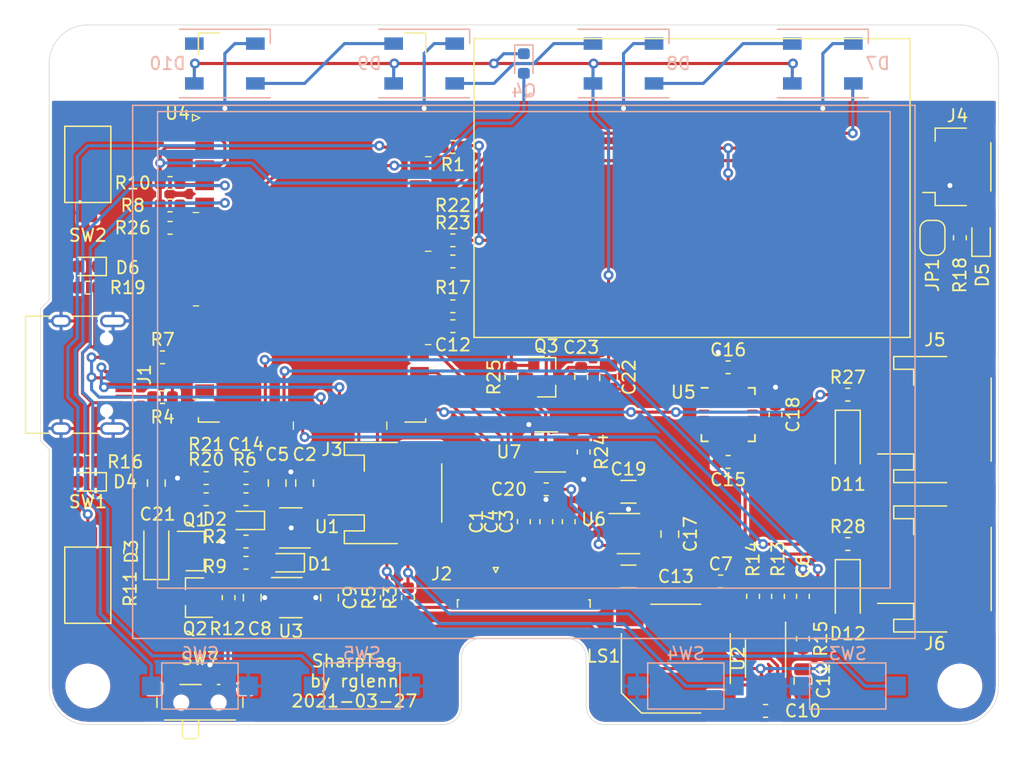
<source format=kicad_pcb>
(kicad_pcb (version 20171130) (host pcbnew "(5.1.6)-1")
  (layers (0 F.Cu signal) (31 B.Cu signal) (34 B.Paste user) (35 F.Paste user) (36 B.SilkS user) (37 F.SilkS user) (38 B.Mask user) (39 F.Mask user) (44 Edge.Cuts user))
  (net 0 "")
  (net 1 GND)
  (net 2 +5V)
  (net 3 /VBAT)
  (net 4 VBUS)
  (net 5 /AUDIO)
  (net 6 "Net-(C6-Pad2)")
  (net 7 /SPKR_SD)
  (net 8 "Net-(C7-Pad1)")
  (net 9 VDD)
  (net 10 +3V3)
  (net 11 /IO38_DBLTAP)
  (net 12 /BATT_MON)
  (net 13 "Net-(C15-Pad1)")
  (net 14 "Net-(C16-Pad1)")
  (net 15 "Net-(C17-Pad2)")
  (net 16 "Net-(C17-Pad1)")
  (net 17 "Net-(D1-Pad1)")
  (net 18 "Net-(D1-Pad2)")
  (net 19 "Net-(D2-Pad2)")
  (net 20 "Net-(D2-Pad1)")
  (net 21 "Net-(D3-Pad1)")
  (net 22 "Net-(D4-Pad2)")
  (net 23 "Net-(D5-Pad2)")
  (net 24 "Net-(D6-Pad2)")
  (net 25 /D+)
  (net 26 "Net-(J1-PadB5)")
  (net 27 "Net-(J1-PadA8)")
  (net 28 /D-)
  (net 29 "Net-(J1-PadA5)")
  (net 30 "Net-(J1-PadB8)")
  (net 31 /LCD_CLK)
  (net 32 /LCD_DAT)
  (net 33 /LCD_CS)
  (net 34 /EXTCOMIN)
  (net 35 /SDA)
  (net 36 /SCL)
  (net 37 "Net-(JP1-Pad2)")
  (net 38 "Net-(LS1-Pad2)")
  (net 39 "Net-(LS1-Pad1)")
  (net 40 "Net-(Q2-Pad1)")
  (net 41 /RESET)
  (net 42 /BUTTON0)
  (net 43 /BUTTON1)
  (net 44 /BUTTON2)
  (net 45 "Net-(R9-Pad1)")
  (net 46 /BUTTON3)
  (net 47 "Net-(R13-Pad2)")
  (net 48 "Net-(R14-Pad2)")
  (net 49 /D13)
  (net 50 "Net-(R24-Pad1)")
  (net 51 /BOOT0)
  (net 52 "Net-(SW7-Pad1)")
  (net 53 "Net-(U2-Pad2)")
  (net 54 "Net-(U3-Pad4)")
  (net 55 "Net-(U4-Pad40)")
  (net 56 "Net-(U4-Pad34)")
  (net 57 "Net-(U4-Pad37)")
  (net 58 "Net-(U4-Pad38)")
  (net 59 "Net-(U4-Pad14)")
  (net 60 "Net-(U4-Pad13)")
  (net 61 "Net-(U4-Pad12)")
  (net 62 "Net-(U4-Pad11)")
  (net 63 "Net-(U4-Pad10)")
  (net 64 "Net-(U4-Pad9)")
  (net 65 "Net-(U4-Pad8)")
  (net 66 "Net-(U4-Pad17)")
  (net 67 "Net-(U4-Pad15)")
  (net 68 "Net-(U5-Pad1)")
  (net 69 "Net-(U5-Pad6)")
  (net 70 "Net-(U5-Pad7)")
  (net 71 "Net-(U5-Pad9)")
  (net 72 "Net-(U5-Pad11)")
  (net 73 "Net-(U5-Pad12)")
  (net 74 /CIPO)
  (net 75 "Net-(U4-Pad7)")
  (net 76 "Net-(J5-Pad3)")
  (net 77 "Net-(J6-Pad3)")
  (net 78 /VNEO)
  (net 79 /NEOPOWER)
  (net 80 /LIGHT)
  (net 81 "Net-(D7-Pad2)")
  (net 82 "Net-(D8-Pad2)")
  (net 83 "Net-(D10-Pad4)")
  (net 84 "Net-(D10-Pad2)")
  (net 85 /NEOPIXEL)
  (net 86 /D1)
  (net 87 /AD1)
  (module Resistor_SMD:R_0603_1608Metric (layer F.Cu) (at 20.4 19.8 270)
    (fp_text reference R13 (at -3 0 90) (layer F.SilkS))
    (fp_text value 47k)
    (pad 1 smd roundrect (at -0.7875 0 270) (size 0.875 0.95) (layers F.Cu F.Paste F.Mask) (net 6 "Net-(C6-Pad2)"))
    (pad 2 smd roundrect (at 0.7875 0 270) (size 0.875 0.95) (layers F.Cu F.Paste F.Mask) (net 47 "Net-(R13-Pad2)"))
  )
  (module Connector_JST:JST_PH_S3B-PH-SM4-TB_1x03-1MP_P2.00mm_Horizontal (layer F.Cu) (at 33 17.6 90)
    (fp_text reference J6 (at -6 0 180) (layer F.SilkS))
    (fp_text value Conn_01x03)
    (pad 1 smd roundrect (at -2 -2.85 90) (size 1 3.5) (layers F.Cu F.Paste F.Mask) (net 1 GND))
    (pad 2 smd roundrect (at 0 -2.85 90) (size 1 3.5) (layers F.Cu F.Paste F.Mask) (net 10 +3V3))
    (pad 3 smd roundrect (at 2 -2.85 90) (size 1 3.5) (layers F.Cu F.Paste F.Mask) (net 77 "Net-(J6-Pad3)"))
    (pad MP smd roundrect (at -4.35 2.9 90) (size 1.5 3.4) (layers F.Cu F.Paste F.Mask) (roundrect_rratio 0.166667))
    (pad MP smd roundrect (at 4.35 2.9 90) (size 1.5 3.4) (layers F.Cu F.Paste F.Mask) (roundrect_rratio 0.166667))
  )
  (module Connector_JST:JST_PH_S2B-PH-SM4-TB_1x02-1MP_P2.00mm_Horizontal (layer F.Cu) (at -11.1 11.5 90)
    (fp_text reference J3 (at 3.5 -4.3 180) (layer F.SilkS))
    (fp_text value Conn_01x02)
    (pad 1 smd roundrect (at -1 -2.85 90) (size 1 3.5) (layers F.Cu F.Paste F.Mask) (net 3 /VBAT))
    (pad 2 smd roundrect (at 1 -2.85 90) (size 1 3.5) (layers F.Cu F.Paste F.Mask) (net 1 GND))
    (pad MP smd roundrect (at -3.35 2.9 90) (size 1.5 3.4) (layers F.Cu F.Paste F.Mask) (roundrect_rratio 0.166667))
    (pad MP smd roundrect (at 3.35 2.9 90) (size 1.5 3.4) (layers F.Cu F.Paste F.Mask) (roundrect_rratio 0.166667))
  )
  (module Connector_USB:USB_C_Receptacle_HRO_TYPE-C-31-M-12 (layer F.Cu) (at -36.1 2 270)
    (fp_text reference J1 (at 0 -5.645 90) (layer F.SilkS))
    (fp_text value USB_C_Receptacle_USB2.0)
    (pad S1 thru_hole oval (at 4.32 1.05 270) (size 1 1.6) (drill oval 0.6 1.2) (layers *.Cu *.Mask) (net 1 GND))
    (pad "" np_thru_hole circle (at 2.89 -2.6 270) (size 0.65 0.65) (drill 0.65) (layers *.Cu *.Mask))
    (pad S1 thru_hole oval (at -4.32 1.05 270) (size 1 1.6) (drill oval 0.6 1.2) (layers *.Cu *.Mask) (net 1 GND))
    (pad "" np_thru_hole circle (at -2.89 -2.6 270) (size 0.65 0.65) (drill 0.65) (layers *.Cu *.Mask))
    (pad S1 thru_hole oval (at -4.32 -3.13 270) (size 1 2.1) (drill oval 0.6 1.7) (layers *.Cu *.Mask) (net 1 GND))
    (pad S1 thru_hole oval (at 4.32 -3.13 270) (size 1 2.1) (drill oval 0.6 1.7) (layers *.Cu *.Mask) (net 1 GND))
    (pad A6 smd rect (at -0.25 -4.045 270) (size 0.3 1.45) (layers F.Cu F.Paste F.Mask) (net 25 /D+))
    (pad B5 smd rect (at 1.75 -4.045 270) (size 0.3 1.45) (layers F.Cu F.Paste F.Mask) (net 26 "Net-(J1-PadB5)"))
    (pad A8 smd rect (at 1.25 -4.045 270) (size 0.3 1.45) (layers F.Cu F.Paste F.Mask) (net 27 "Net-(J1-PadA8)"))
    (pad B6 smd rect (at 0.75 -4.045 270) (size 0.3 1.45) (layers F.Cu F.Paste F.Mask) (net 25 /D+))
    (pad A7 smd rect (at 0.25 -4.045 270) (size 0.3 1.45) (layers F.Cu F.Paste F.Mask) (net 28 /D-))
    (pad B7 smd rect (at -0.75 -4.045 270) (size 0.3 1.45) (layers F.Cu F.Paste F.Mask) (net 28 /D-))
    (pad A5 smd rect (at -1.25 -4.045 270) (size 0.3 1.45) (layers F.Cu F.Paste F.Mask) (net 29 "Net-(J1-PadA5)"))
    (pad B8 smd rect (at -1.75 -4.045 270) (size 0.3 1.45) (layers F.Cu F.Paste F.Mask) (net 30 "Net-(J1-PadB8)"))
    (pad A12 smd rect (at 3.25 -4.045 270) (size 0.6 1.45) (layers F.Cu F.Paste F.Mask) (net 1 GND))
    (pad B4 smd rect (at 2.45 -4.045 270) (size 0.6 1.45) (layers F.Cu F.Paste F.Mask) (net 4 VBUS))
    (pad A4 smd rect (at -2.45 -4.045 270) (size 0.6 1.45) (layers F.Cu F.Paste F.Mask) (net 4 VBUS))
    (pad A1 smd rect (at -3.25 -4.045 270) (size 0.6 1.45) (layers F.Cu F.Paste F.Mask) (net 1 GND))
    (pad B12 smd rect (at -3.25 -4.045 270) (size 0.6 1.45) (layers F.Cu F.Paste F.Mask) (net 1 GND))
    (pad B9 smd rect (at -2.45 -4.045 270) (size 0.6 1.45) (layers F.Cu F.Paste F.Mask) (net 4 VBUS))
    (pad A9 smd rect (at 2.45 -4.045 270) (size 0.6 1.45) (layers F.Cu F.Paste F.Mask) (net 4 VBUS))
    (pad B1 smd rect (at 3.25 -4.045 270) (size 0.6 1.45) (layers F.Cu F.Paste F.Mask) (net 1 GND))
  )
  (module Capacitor_SMD:C_0603_1608Metric (layer F.Cu) (at 0 13.8 90)
    (fp_text reference C1 (at 0 -3.8 90) (layer F.SilkS))
    (fp_text value 100n)
    (pad 2 smd roundrect (at 0.7875 0 90) (size 0.875 0.95) (layers F.Cu F.Paste F.Mask) (net 1 GND))
    (pad 1 smd roundrect (at -0.7875 0 90) (size 0.875 0.95) (layers F.Cu F.Paste F.Mask) (net 2 +5V))
  )
  (module Capacitor_SMD:C_0805_2012Metric (layer F.Cu) (at -17.6 10.7 90)
    (fp_text reference C2 (at 2.3 0 180) (layer F.SilkS))
    (fp_text value 10u)
    (pad 1 smd roundrect (at -0.9375 0 90) (size 0.975 1.4) (layers F.Cu F.Paste F.Mask) (net 3 /VBAT))
    (pad 2 smd roundrect (at 0.9375 0 90) (size 0.975 1.4) (layers F.Cu F.Paste F.Mask) (net 1 GND))
  )
  (module Capacitor_SMD:C_0603_1608Metric (layer F.Cu) (at 3.6 13.8 90)
    (fp_text reference C3 (at 0 -5 90) (layer F.SilkS))
    (fp_text value 100n)
    (pad 1 smd roundrect (at -0.7875 0 90) (size 0.875 0.95) (layers F.Cu F.Paste F.Mask) (net 2 +5V))
    (pad 2 smd roundrect (at 0.7875 0 90) (size 0.875 0.95) (layers F.Cu F.Paste F.Mask) (net 1 GND))
  )
  (module Capacitor_SMD:C_0603_1608Metric (layer F.Cu) (at 1.8 13.8 90)
    (fp_text reference C4 (at 0 -4.4 90) (layer F.SilkS))
    (fp_text value 1u)
    (pad 2 smd roundrect (at 0.7875 0 90) (size 0.875 0.95) (layers F.Cu F.Paste F.Mask) (net 1 GND))
    (pad 1 smd roundrect (at -0.7875 0 90) (size 0.875 0.95) (layers F.Cu F.Paste F.Mask) (net 2 +5V))
  )
  (module Capacitor_SMD:C_0805_2012Metric (layer F.Cu) (at -19.8 10.7 90)
    (fp_text reference C5 (at 2.3 0 180) (layer F.SilkS))
    (fp_text value 10u)
    (pad 2 smd roundrect (at 0.9375 0 90) (size 0.975 1.4) (layers F.Cu F.Paste F.Mask) (net 1 GND))
    (pad 1 smd roundrect (at -0.9375 0 90) (size 0.975 1.4) (layers F.Cu F.Paste F.Mask) (net 4 VBUS))
  )
  (module Capacitor_SMD:C_0603_1608Metric (layer F.Cu) (at 22.4 19.8 270)
    (fp_text reference C6 (at -2.4 0 90) (layer F.SilkS))
    (fp_text value 100n)
    (pad 1 smd roundrect (at -0.7875 0 270) (size 0.875 0.95) (layers F.Cu F.Paste F.Mask) (net 5 /AUDIO))
    (pad 2 smd roundrect (at 0.7875 0 270) (size 0.875 0.95) (layers F.Cu F.Paste F.Mask) (net 6 "Net-(C6-Pad2)"))
  )
  (module Capacitor_SMD:C_0603_1608Metric (layer F.Cu) (at 15.8 18.6 180)
    (fp_text reference C7 (at 0 1.4) (layer F.SilkS))
    (fp_text value 100n)
    (pad 2 smd roundrect (at 0.7875 0 180) (size 0.875 0.95) (layers F.Cu F.Paste F.Mask) (net 1 GND))
    (pad 1 smd roundrect (at -0.7875 0 180) (size 0.875 0.95) (layers F.Cu F.Paste F.Mask) (net 8 "Net-(C7-Pad1)"))
  )
  (module Capacitor_SMD:C_0805_2012Metric (layer F.Cu) (at -21.8 19.9 90)
    (fp_text reference C8 (at -2.5 0.6 180) (layer F.SilkS))
    (fp_text value 10u)
    (pad 1 smd roundrect (at -0.9375 0 90) (size 0.975 1.4) (layers F.Cu F.Paste F.Mask) (net 9 VDD))
    (pad 2 smd roundrect (at 0.9375 0 90) (size 0.975 1.4) (layers F.Cu F.Paste F.Mask) (net 1 GND))
  )
  (module Capacitor_SMD:C_0805_2012Metric (layer F.Cu) (at -15.6 19.9 270)
    (fp_text reference C9 (at 0 -1.65 90) (layer F.SilkS))
    (fp_text value 22u)
    (pad 2 smd roundrect (at 0.9375 0 270) (size 0.975 1.4) (layers F.Cu F.Paste F.Mask) (net 1 GND))
    (pad 1 smd roundrect (at -0.9375 0 270) (size 0.975 1.4) (layers F.Cu F.Paste F.Mask) (net 10 +3V3))
  )
  (module Capacitor_SMD:C_0603_1608Metric (layer F.Cu) (at 19.4 29)
    (fp_text reference C10 (at 3 0) (layer F.SilkS))
    (fp_text value 1u)
    (pad 1 smd roundrect (at -0.7875 0) (size 0.875 0.95) (layers F.Cu F.Paste F.Mask) (net 9 VDD))
    (pad 2 smd roundrect (at 0.7875 0) (size 0.875 0.95) (layers F.Cu F.Paste F.Mask) (net 1 GND))
  )
  (module Capacitor_SMD:C_0805_2012Metric (layer F.Cu) (at 22.4 26.6 270)
    (fp_text reference C11 (at 0 -1.65 90) (layer F.SilkS))
    (fp_text value 10u)
    (pad 1 smd roundrect (at -0.9375 0 270) (size 0.975 1.4) (layers F.Cu F.Paste F.Mask) (net 9 VDD))
    (pad 2 smd roundrect (at 0.9375 0 270) (size 0.975 1.4) (layers F.Cu F.Paste F.Mask) (net 1 GND))
  )
  (module Capacitor_SMD:C_0603_1608Metric (layer F.Cu) (at -5.7 -1.9)
    (fp_text reference C12 (at 0 1.5) (layer F.SilkS))
    (fp_text value 1u)
    (pad 2 smd roundrect (at 0.7875 0) (size 0.875 0.95) (layers F.Cu F.Paste F.Mask) (net 1 GND))
    (pad 1 smd roundrect (at -0.7875 0) (size 0.875 0.95) (layers F.Cu F.Paste F.Mask) (net 11 /IO38_DBLTAP))
  )
  (module Capacitor_SMD:C_1206_3216Metric (layer F.Cu) (at 8.4 18.2)
    (fp_text reference C13 (at 3.8 0) (layer F.SilkS))
    (fp_text value 2.2u)
    (pad 1 smd roundrect (at -1.4 0) (size 1.25 1.75) (layers F.Cu F.Paste F.Mask) (roundrect_rratio 0.2) (net 10 +3V3))
    (pad 2 smd roundrect (at 1.4 0) (size 1.25 1.75) (layers F.Cu F.Paste F.Mask) (roundrect_rratio 0.2) (net 1 GND))
  )
  (module Capacitor_SMD:C_0603_1608Metric (layer F.Cu) (at -22.3 10.3)
    (fp_text reference C14 (at 0 -2.7) (layer F.SilkS))
    (fp_text value 100n)
    (pad 1 smd roundrect (at -0.7875 0) (size 0.875 0.95) (layers F.Cu F.Paste F.Mask) (net 12 /BATT_MON))
    (pad 2 smd roundrect (at 0.7875 0) (size 0.875 0.95) (layers F.Cu F.Paste F.Mask) (net 1 GND))
  )
  (module Capacitor_SMD:C_0603_1608Metric (layer F.Cu) (at 16.4 9 180)
    (fp_text reference C15 (at 0 -1.43) (layer F.SilkS))
    (fp_text value 100n)
    (pad 2 smd roundrect (at 0.7875 0 180) (size 0.875 0.95) (layers F.Cu F.Paste F.Mask) (net 1 GND))
    (pad 1 smd roundrect (at -0.7875 0 180) (size 0.875 0.95) (layers F.Cu F.Paste F.Mask) (net 13 "Net-(C15-Pad1)"))
  )
  (module Capacitor_SMD:C_0603_1608Metric (layer F.Cu) (at 16.4 1.4 180)
    (fp_text reference C16 (at 0 1.4) (layer F.SilkS))
    (fp_text value 2.2n)
    (pad 2 smd roundrect (at 0.7875 0 180) (size 0.875 0.95) (layers F.Cu F.Paste F.Mask) (net 1 GND))
    (pad 1 smd roundrect (at -0.7875 0 180) (size 0.875 0.95) (layers F.Cu F.Paste F.Mask) (net 14 "Net-(C16-Pad1)"))
  )
  (module Capacitor_SMD:C_0805_2012Metric (layer F.Cu) (at 11.718 14.8 270)
    (fp_text reference C17 (at 0 -1.65 90) (layer F.SilkS))
    (fp_text value 2.2u)
    (pad 2 smd roundrect (at 0.9375 0 270) (size 0.975 1.4) (layers F.Cu F.Paste F.Mask) (net 15 "Net-(C17-Pad2)"))
    (pad 1 smd roundrect (at -0.9375 0 270) (size 0.975 1.4) (layers F.Cu F.Paste F.Mask) (net 16 "Net-(C17-Pad1)"))
  )
  (module Capacitor_SMD:C_0603_1608Metric (layer F.Cu) (at 20.2 5.2 90)
    (fp_text reference C18 (at 0 1.4 90) (layer F.SilkS))
    (fp_text value 100n)
    (pad 1 smd roundrect (at -0.7875 0 90) (size 0.875 0.95) (layers F.Cu F.Paste F.Mask) (net 10 +3V3))
    (pad 2 smd roundrect (at 0.7875 0 90) (size 0.875 0.95) (layers F.Cu F.Paste F.Mask) (net 1 GND))
  )
  (module Capacitor_SMD:C_1206_3216Metric (layer F.Cu) (at 8.4 11.4)
    (fp_text reference C19 (at 0 -1.82) (layer F.SilkS))
    (fp_text value 2.2u)
    (pad 2 smd roundrect (at 1.4 0) (size 1.25 1.75) (layers F.Cu F.Paste F.Mask) (roundrect_rratio 0.2) (net 1 GND))
    (pad 1 smd roundrect (at -1.4 0) (size 1.25 1.75) (layers F.Cu F.Paste F.Mask) (roundrect_rratio 0.2) (net 2 +5V))
  )
  (module Capacitor_SMD:C_0603_1608Metric (layer F.Cu) (at 1.8 11.2 180)
    (fp_text reference C20 (at 3 0) (layer F.SilkS))
    (fp_text value 100n)
    (pad 1 smd roundrect (at -0.7875 0 180) (size 0.875 0.95) (layers F.Cu F.Paste F.Mask) (net 10 +3V3))
    (pad 2 smd roundrect (at 0.7875 0 180) (size 0.875 0.95) (layers F.Cu F.Paste F.Mask) (net 1 GND))
  )
  (module LED_SMD:LED_0603_1608Metric (layer F.Cu) (at -19.1 17.1 180)
    (fp_text reference D1 (at -2.7 -0.1) (layer F.SilkS))
    (fp_text value LED)
    (pad 1 smd roundrect (at -0.7875 0 180) (size 0.875 0.95) (layers F.Cu F.Paste F.Mask) (net 17 "Net-(D1-Pad1)"))
    (pad 2 smd roundrect (at 0.7875 0 180) (size 0.875 0.95) (layers F.Cu F.Paste F.Mask) (net 18 "Net-(D1-Pad2)"))
  )
  (module LED_SMD:LED_0603_1608Metric (layer F.Cu) (at -22.3 13.7 180)
    (fp_text reference D2 (at 2.5 0.1) (layer F.SilkS))
    (fp_text value LED)
    (pad 2 smd roundrect (at 0.7875 0 180) (size 0.875 0.95) (layers F.Cu F.Paste F.Mask) (net 19 "Net-(D2-Pad2)"))
    (pad 1 smd roundrect (at -0.7875 0 180) (size 0.875 0.95) (layers F.Cu F.Paste F.Mask) (net 20 "Net-(D2-Pad1)"))
  )
  (module Diode_SMD:D_SOD-123 (layer F.Cu) (at -29.5 16.2 90)
    (fp_text reference D3 (at 0 -2 90) (layer F.SilkS))
    (fp_text value B5819W)
    (pad 1 smd rect (at -1.65 0 90) (size 0.9 1.2) (layers F.Cu F.Paste F.Mask) (net 21 "Net-(D3-Pad1)"))
    (pad 2 smd rect (at 1.65 0 90) (size 0.9 1.2) (layers F.Cu F.Paste F.Mask) (net 4 VBUS))
  )
  (module LED_SMD:LED_0603_1608Metric (layer F.Cu) (at -35 10.6 180)
    (fp_text reference D4 (at -3 0) (layer F.SilkS))
    (fp_text value LED)
    (pad 1 smd roundrect (at -0.7875 0 180) (size 0.875 0.95) (layers F.Cu F.Paste F.Mask) (net 1 GND))
    (pad 2 smd roundrect (at 0.7875 0 180) (size 0.875 0.95) (layers F.Cu F.Paste F.Mask) (net 22 "Net-(D4-Pad2)"))
  )
  (module LED_SMD:LED_0603_1608Metric (layer F.Cu) (at 36.7 -9 90)
    (fp_text reference D5 (at -3 0.1 90) (layer F.SilkS))
    (fp_text value LED)
    (pad 2 smd roundrect (at 0.7875 0 90) (size 0.875 0.95) (layers F.Cu F.Paste F.Mask) (net 23 "Net-(D5-Pad2)"))
    (pad 1 smd roundrect (at -0.7875 0 90) (size 0.875 0.95) (layers F.Cu F.Paste F.Mask) (net 1 GND))
  )
  (module LED_SMD:LED_0603_1608Metric (layer F.Cu) (at -35 -6.7 180)
    (fp_text reference D6 (at -3.2 -0.1) (layer F.SilkS))
    (fp_text value LED)
    (pad 1 smd roundrect (at -0.7875 0 180) (size 0.875 0.95) (layers F.Cu F.Paste F.Mask) (net 1 GND))
    (pad 2 smd roundrect (at 0.7875 0 180) (size 0.875 0.95) (layers F.Cu F.Paste F.Mask) (net 24 "Net-(D6-Pad2)"))
  )
  (module MountingHole:MountingHole_3.2mm_M3_DIN965 (layer F.Cu) (at 35 27)
    (fp_text reference H1 hide)
    (fp_text value MountingHole)
    (pad 1 np_thru_hole circle (at 0 0) (size 3.2 3.2) (drill 3.2) (layers *.Cu *.Mask))
  )
  (module MountingHole:MountingHole_3.2mm_M3_DIN965 (layer F.Cu) (at -35 -23)
    (fp_text reference H2 hide)
    (fp_text value MountingHole)
    (pad 1 np_thru_hole circle (at 0 0) (size 3.2 3.2) (drill 3.2) (layers *.Cu *.Mask))
  )
  (module MountingHole:MountingHole_3.2mm_M3_DIN965 (layer F.Cu) (at 35 -23)
    (fp_text reference H3 hide)
    (fp_text value MountingHole)
    (pad 1 np_thru_hole circle (at 0 0) (size 3.2 3.2) (drill 3.2) (layers *.Cu *.Mask))
  )
  (module MountingHole:MountingHole_3.2mm_M3_DIN965 (layer F.Cu) (at -35 27)
    (fp_text reference H4 hide)
    (fp_text value MountingHole)
    (pad 1 np_thru_hole circle (at 0 0) (size 3.2 3.2) (drill 3.2) (layers *.Cu *.Mask))
  )
  (module Connector_FFC-FPC:TE_1-1734839-0_1x10-1MP_P0.5mm_Horizontal (layer F.Cu) (at -0.004 18.034)
    (fp_text reference J2 (at -6.596 -0.034) (layer F.SilkS))
    (fp_text value Conn_01x10)
    (pad 1 smd rect (at -2.25 -1.35) (size 0.3 1.1) (layers F.Cu F.Paste F.Mask) (net 31 /LCD_CLK))
    (pad 2 smd rect (at -1.75 -1.35) (size 0.3 1.1) (layers F.Cu F.Paste F.Mask) (net 32 /LCD_DAT))
    (pad 3 smd rect (at -1.25 -1.35) (size 0.3 1.1) (layers F.Cu F.Paste F.Mask) (net 33 /LCD_CS))
    (pad 4 smd rect (at -0.75 -1.35) (size 0.3 1.1) (layers F.Cu F.Paste F.Mask) (net 34 /EXTCOMIN))
    (pad 5 smd rect (at -0.25 -1.35) (size 0.3 1.1) (layers F.Cu F.Paste F.Mask) (net 2 +5V))
    (pad 6 smd rect (at 0.25 -1.35) (size 0.3 1.1) (layers F.Cu F.Paste F.Mask) (net 2 +5V))
    (pad 7 smd rect (at 0.75 -1.35) (size 0.3 1.1) (layers F.Cu F.Paste F.Mask) (net 2 +5V))
    (pad 8 smd rect (at 1.25 -1.35) (size 0.3 1.1) (layers F.Cu F.Paste F.Mask) (net 2 +5V))
    (pad 9 smd rect (at 1.75 -1.35) (size 0.3 1.1) (layers F.Cu F.Paste F.Mask) (net 1 GND))
    (pad 10 smd rect (at 2.25 -1.35) (size 0.3 1.1) (layers F.Cu F.Paste F.Mask) (net 1 GND))
    (pad MP smd rect (at -3.92 0.35) (size 2.3 3.1) (layers F.Cu F.Paste F.Mask))
    (pad MP smd rect (at 3.92 0.35) (size 2.3 3.1) (layers F.Cu F.Paste F.Mask))
  )
  (module Connector_JST:JST_SH_SM04B-SRSS-TB_1x04-1MP_P1.00mm_Horizontal (layer F.Cu) (at 34.8 -14.7 90)
    (fp_text reference J4 (at 4.1 0 180) (layer F.SilkS))
    (fp_text value Conn_01x04)
    (pad 1 smd roundrect (at -1.5 -2 90) (size 0.6 1.55) (layers F.Cu F.Paste F.Mask) (net 1 GND))
    (pad 2 smd roundrect (at -0.5 -2 90) (size 0.6 1.55) (layers F.Cu F.Paste F.Mask) (net 10 +3V3))
    (pad 3 smd roundrect (at 0.5 -2 90) (size 0.6 1.55) (layers F.Cu F.Paste F.Mask) (net 35 /SDA))
    (pad 4 smd roundrect (at 1.5 -2 90) (size 0.6 1.55) (layers F.Cu F.Paste F.Mask) (net 36 /SCL))
    (pad MP smd roundrect (at -2.8 1.875 90) (size 1.2 1.8) (layers F.Cu F.Paste F.Mask) (roundrect_rratio 0.208333))
    (pad MP smd roundrect (at 2.8 1.875 90) (size 1.2 1.8) (layers F.Cu F.Paste F.Mask) (roundrect_rratio 0.208333))
  )
  (module Jumper:SolderJumper-2_P1.3mm_Bridged2Bar_RoundedPad1.0x1.5mm (layer F.Cu) (at 32.8 -9 270)
    (fp_text reference JP1 (at 3 0 90) (layer F.SilkS))
    (fp_text value SolderJumper_2_Bridged)
    (fp_poly (pts (xy -0.25 0.2) (xy 0.25 0.2) (xy 0.25 0.6) (xy -0.25 0.6)) (layer F.Cu) (width 0))
    (fp_poly (pts (xy -0.25 -0.6) (xy 0.25 -0.6) (xy 0.25 -0.2) (xy -0.25 -0.2)) (layer F.Cu) (width 0))
    (pad 2 smd custom (at 0.65 0 270) (size 1 0.5) (layers F.Cu F.Mask) (net 37 "Net-(JP1-Pad2)") (options (clearance outline) (anchor rect)) (primitives (gr_circle (center 0 0.25) (end 0.5 0.25) (width 0)) (gr_circle (center 0 -0.25) (end 0.5 -0.25) (width 0)) (gr_poly (pts (xy -0.5 0.75) (xy -0.5 -0.75) (xy 0 -0.75) (xy 0 0.75)) (width 0))))
    (pad 1 smd custom (at -0.65 0 270) (size 1 0.5) (layers F.Cu F.Mask) (net 10 +3V3) (options (clearance outline) (anchor rect)) (primitives (gr_circle (center 0 0.25) (end 0.5 0.25) (width 0)) (gr_circle (center 0 -0.25) (end 0.5 -0.25) (width 0)) (gr_poly (pts (xy 0.5 0.75) (xy 0.5 -0.75) (xy 0 -0.75) (xy 0 0.75)) (width 0))))
  )
  (module Buzzer_Beeper:MagneticBuzzer_Kobitone_254-EMB84Q-RO (layer F.Cu) (at 12.2 24.8 180)
    (fp_text reference LS1 (at 5.8 0.2) (layer F.SilkS))
    (fp_text value Speaker)
    (pad 3 smd rect (at 3.7 3.7 90) (size 2.195 2.195) (layers F.Cu F.Paste F.Mask))
    (pad 2 smd rect (at -3.7 3.7 90) (size 2.195 2.195) (layers F.Cu F.Paste F.Mask) (net 38 "Net-(LS1-Pad2)"))
    (pad 1 smd rect (at -3.7 -3.7 90) (size 2.195 2.195) (layers F.Cu F.Paste F.Mask) (net 39 "Net-(LS1-Pad1)"))
  )
  (module Package_TO_SOT_SMD:SOT-23 (layer F.Cu) (at -26.408 16.158)
    (fp_text reference Q1 (at 0 -2.5) (layer F.SilkS))
    (fp_text value DMG3415U-7)
    (pad 1 smd rect (at -1 -0.95) (size 0.9 0.8) (layers F.Cu F.Paste F.Mask) (net 4 VBUS))
    (pad 2 smd rect (at -1 0.95) (size 0.9 0.8) (layers F.Cu F.Paste F.Mask) (net 21 "Net-(D3-Pad1)"))
    (pad 3 smd rect (at 1 0) (size 0.9 0.8) (layers F.Cu F.Paste F.Mask) (net 3 /VBAT))
  )
  (module Package_TO_SOT_SMD:SOT-23 (layer F.Cu) (at -26.4 19.9 180)
    (fp_text reference Q2 (at 0 -2.5) (layer F.SilkS))
    (fp_text value DMG3415U-7)
    (pad 3 smd rect (at 1 0 180) (size 0.9 0.8) (layers F.Cu F.Paste F.Mask) (net 9 VDD))
    (pad 2 smd rect (at -1 0.95 180) (size 0.9 0.8) (layers F.Cu F.Paste F.Mask) (net 21 "Net-(D3-Pad1)"))
    (pad 1 smd rect (at -1 -0.95 180) (size 0.9 0.8) (layers F.Cu F.Paste F.Mask) (net 40 "Net-(Q2-Pad1)"))
  )
  (module Resistor_SMD:R_0603_1608Metric (layer F.Cu) (at -5.7 -16.3 180)
    (fp_text reference R1 (at 0 -1.43) (layer F.SilkS))
    (fp_text value 10k)
    (pad 1 smd roundrect (at -0.7875 0 180) (size 0.875 0.95) (layers F.Cu F.Paste F.Mask) (net 10 +3V3))
    (pad 2 smd roundrect (at 0.7875 0 180) (size 0.875 0.95) (layers F.Cu F.Paste F.Mask) (net 41 /RESET))
  )
  (module Resistor_SMD:R_0603_1608Metric (layer F.Cu) (at -22.3 17.1)
    (fp_text reference R2 (at -2.5 -2.1) (layer F.SilkS))
    (fp_text value 1K)
    (pad 1 smd roundrect (at -0.7875 0) (size 0.875 0.95) (layers F.Cu F.Paste F.Mask) (net 4 VBUS))
    (pad 2 smd roundrect (at 0.7875 0) (size 0.875 0.95) (layers F.Cu F.Paste F.Mask) (net 18 "Net-(D1-Pad2)"))
  )
  (module Resistor_SMD:R_0603_1608Metric (layer F.Cu) (at -9.3 19.9 90)
    (fp_text reference R3 (at 0 -1.43 90) (layer F.SilkS))
    (fp_text value 10k)
    (pad 2 smd roundrect (at 0.7875 0 90) (size 0.875 0.95) (layers F.Cu F.Paste F.Mask) (net 42 /BUTTON0))
    (pad 1 smd roundrect (at -0.7875 0 90) (size 0.875 0.95) (layers F.Cu F.Paste F.Mask) (net 10 +3V3))
  )
  (module Resistor_SMD:R_0603_1608Metric (layer F.Cu) (at -29 3.8)
    (fp_text reference R4 (at 0 1.6) (layer F.SilkS))
    (fp_text value 5.1K)
    (pad 1 smd roundrect (at -0.7875 0) (size 0.875 0.95) (layers F.Cu F.Paste F.Mask) (net 26 "Net-(J1-PadB5)"))
    (pad 2 smd roundrect (at 0.7875 0) (size 0.875 0.95) (layers F.Cu F.Paste F.Mask) (net 1 GND))
  )
  (module Resistor_SMD:R_0603_1608Metric (layer F.Cu) (at -11 19.9 90)
    (fp_text reference R5 (at 0 -1.43 90) (layer F.SilkS))
    (fp_text value 10k)
    (pad 1 smd roundrect (at -0.7875 0 90) (size 0.875 0.95) (layers F.Cu F.Paste F.Mask) (net 10 +3V3))
    (pad 2 smd roundrect (at 0.7875 0 90) (size 0.875 0.95) (layers F.Cu F.Paste F.Mask) (net 43 /BUTTON1))
  )
  (module Resistor_SMD:R_0603_1608Metric (layer F.Cu) (at -22.3 12)
    (fp_text reference R6 (at -0.1 -3.2) (layer F.SilkS))
    (fp_text value 1K)
    (pad 2 smd roundrect (at 0.7875 0) (size 0.875 0.95) (layers F.Cu F.Paste F.Mask) (net 4 VBUS))
    (pad 1 smd roundrect (at -0.7875 0) (size 0.875 0.95) (layers F.Cu F.Paste F.Mask) (net 19 "Net-(D2-Pad2)"))
  )
  (module Resistor_SMD:R_0603_1608Metric (layer F.Cu) (at -29 0.6)
    (fp_text reference R7 (at 0 -1.43) (layer F.SilkS))
    (fp_text value 5.1K)
    (pad 2 smd roundrect (at 0.7875 0) (size 0.875 0.95) (layers F.Cu F.Paste F.Mask) (net 1 GND))
    (pad 1 smd roundrect (at -0.7875 0) (size 0.875 0.95) (layers F.Cu F.Paste F.Mask) (net 29 "Net-(J1-PadA5)"))
  )
  (module Resistor_SMD:R_0603_1608Metric (layer F.Cu) (at -28.4 -11.6)
    (fp_text reference R8 (at -3 0) (layer F.SilkS))
    (fp_text value 10k)
    (pad 1 smd roundrect (at -0.7875 0) (size 0.875 0.95) (layers F.Cu F.Paste F.Mask) (net 10 +3V3))
    (pad 2 smd roundrect (at 0.7875 0) (size 0.875 0.95) (layers F.Cu F.Paste F.Mask) (net 44 /BUTTON2))
  )
  (module Resistor_SMD:R_0603_1608Metric (layer F.Cu) (at -22.3 15.4 180)
    (fp_text reference R9 (at 2.5 -2) (layer F.SilkS))
    (fp_text value 5.1K)
    (pad 2 smd roundrect (at 0.7875 0 180) (size 0.875 0.95) (layers F.Cu F.Paste F.Mask) (net 1 GND))
    (pad 1 smd roundrect (at -0.7875 0 180) (size 0.875 0.95) (layers F.Cu F.Paste F.Mask) (net 45 "Net-(R9-Pad1)"))
  )
  (module Resistor_SMD:R_0603_1608Metric (layer F.Cu) (at -28.4 -13.4)
    (fp_text reference R10 (at -3 0) (layer F.SilkS))
    (fp_text value 10k)
    (pad 2 smd roundrect (at 0.7875 0) (size 0.875 0.95) (layers F.Cu F.Paste F.Mask) (net 46 /BUTTON3))
    (pad 1 smd roundrect (at -0.7875 0) (size 0.875 0.95) (layers F.Cu F.Paste F.Mask) (net 10 +3V3))
  )
  (module Resistor_SMD:R_0603_1608Metric (layer F.Cu) (at -31.6 16.2 90)
    (fp_text reference R11 (at -3 0 90) (layer F.SilkS))
    (fp_text value 100K)
    (pad 1 smd roundrect (at -0.7875 0 90) (size 0.875 0.95) (layers F.Cu F.Paste F.Mask) (net 1 GND))
    (pad 2 smd roundrect (at 0.7875 0 90) (size 0.875 0.95) (layers F.Cu F.Paste F.Mask) (net 4 VBUS))
  )
  (module Resistor_SMD:R_0603_1608Metric (layer F.Cu) (at -23.7 19.9 90)
    (fp_text reference R12 (at -2.5 -0.1 180) (layer F.SilkS))
    (fp_text value 100K)
    (pad 1 smd roundrect (at -0.7875 0 90) (size 0.875 0.95) (layers F.Cu F.Paste F.Mask) (net 40 "Net-(Q2-Pad1)"))
    (pad 2 smd roundrect (at 0.7875 0 90) (size 0.875 0.95) (layers F.Cu F.Paste F.Mask) (net 21 "Net-(D3-Pad1)"))
  )
  (module Resistor_SMD:R_0603_1608Metric (layer F.Cu) (at 18.4 19.8 270)
    (fp_text reference R14 (at -3 0 90) (layer F.SilkS))
    (fp_text value 47k)
    (pad 2 smd roundrect (at 0.7875 0 270) (size 0.875 0.95) (layers F.Cu F.Paste F.Mask) (net 48 "Net-(R14-Pad2)"))
    (pad 1 smd roundrect (at -0.7875 0 270) (size 0.875 0.95) (layers F.Cu F.Paste F.Mask) (net 8 "Net-(C7-Pad1)"))
  )
  (module Resistor_SMD:R_0603_1608Metric (layer F.Cu) (at 22.4 23.2 270)
    (fp_text reference R15 (at 0 -1.43 90) (layer F.SilkS))
    (fp_text value 100K)
    (pad 1 smd roundrect (at -0.7875 0 270) (size 0.875 0.95) (layers F.Cu F.Paste F.Mask) (net 7 /SPKR_SD))
    (pad 2 smd roundrect (at 0.7875 0 270) (size 0.875 0.95) (layers F.Cu F.Paste F.Mask) (net 1 GND))
  )
  (module Resistor_SMD:R_0603_1608Metric (layer F.Cu) (at -35 9 180)
    (fp_text reference R16 (at -3 0) (layer F.SilkS))
    (fp_text value 10k)
    (pad 2 smd roundrect (at 0.7875 0 180) (size 0.875 0.95) (layers F.Cu F.Paste F.Mask) (net 22 "Net-(D4-Pad2)"))
    (pad 1 smd roundrect (at -0.7875 0 180) (size 0.875 0.95) (layers F.Cu F.Paste F.Mask) (net 49 /D13))
  )
  (module Resistor_SMD:R_0603_1608Metric (layer F.Cu) (at -5.7 -3.5 180)
    (fp_text reference R17 (at 0 1.5) (layer F.SilkS))
    (fp_text value 1M)
    (pad 1 smd roundrect (at -0.7875 0 180) (size 0.875 0.95) (layers F.Cu F.Paste F.Mask) (net 1 GND))
    (pad 2 smd roundrect (at 0.7875 0 180) (size 0.875 0.95) (layers F.Cu F.Paste F.Mask) (net 11 /IO38_DBLTAP))
  )
  (module Resistor_SMD:R_0603_1608Metric (layer F.Cu) (at 35 -9 90)
    (fp_text reference R18 (at -3 0 90) (layer F.SilkS))
    (fp_text value 47k)
    (pad 2 smd roundrect (at 0.7875 0 90) (size 0.875 0.95) (layers F.Cu F.Paste F.Mask) (net 23 "Net-(D5-Pad2)"))
    (pad 1 smd roundrect (at -0.7875 0 90) (size 0.875 0.95) (layers F.Cu F.Paste F.Mask) (net 37 "Net-(JP1-Pad2)"))
  )
  (module Resistor_SMD:R_0603_1608Metric (layer F.Cu) (at -35 -5)
    (fp_text reference R19 (at 3.2 0) (layer F.SilkS))
    (fp_text value 1K)
    (pad 2 smd roundrect (at 0.7875 0) (size 0.875 0.95) (layers F.Cu F.Paste F.Mask) (net 4 VBUS))
    (pad 1 smd roundrect (at -0.7875 0) (size 0.875 0.95) (layers F.Cu F.Paste F.Mask) (net 24 "Net-(D6-Pad2)"))
  )
  (module Resistor_SMD:R_0603_1608Metric (layer F.Cu) (at -25.5 12)
    (fp_text reference R20 (at 0 -3.2) (layer F.SilkS))
    (fp_text value 1M)
    (pad 2 smd roundrect (at 0.7875 0) (size 0.875 0.95) (layers F.Cu F.Paste F.Mask) (net 3 /VBAT))
    (pad 1 smd roundrect (at -0.7875 0) (size 0.875 0.95) (layers F.Cu F.Paste F.Mask) (net 12 /BATT_MON))
  )
  (module Resistor_SMD:R_0603_1608Metric (layer F.Cu) (at -25.5 10.3)
    (fp_text reference R21 (at 0 -2.7) (layer F.SilkS))
    (fp_text value 1M)
    (pad 1 smd roundrect (at -0.7875 0) (size 0.875 0.95) (layers F.Cu F.Paste F.Mask) (net 1 GND))
    (pad 2 smd roundrect (at 0.7875 0) (size 0.875 0.95) (layers F.Cu F.Paste F.Mask) (net 12 /BATT_MON))
  )
  (module Resistor_SMD:R_0603_1608Metric (layer F.Cu) (at -5.7 -8.8 180)
    (fp_text reference R22 (at 0 2.8) (layer F.SilkS))
    (fp_text value 10k)
    (pad 2 smd roundrect (at 0.7875 0 180) (size 0.875 0.95) (layers F.Cu F.Paste F.Mask) (net 36 /SCL))
    (pad 1 smd roundrect (at -0.7875 0 180) (size 0.875 0.95) (layers F.Cu F.Paste F.Mask) (net 10 +3V3))
  )
  (module Resistor_SMD:R_0603_1608Metric (layer F.Cu) (at -5.7 -7.1 180)
    (fp_text reference R23 (at 0 3.1) (layer F.SilkS))
    (fp_text value 10k)
    (pad 1 smd roundrect (at -0.7875 0 180) (size 0.875 0.95) (layers F.Cu F.Paste F.Mask) (net 10 +3V3))
    (pad 2 smd roundrect (at 0.7875 0 180) (size 0.875 0.95) (layers F.Cu F.Paste F.Mask) (net 35 /SDA))
  )
  (module Resistor_SMD:R_0603_1608Metric (layer F.Cu) (at 4.8 8.2 270)
    (fp_text reference R24 (at 0 -1.43 90) (layer F.SilkS))
    (fp_text value 2.4k)
    (pad 2 smd roundrect (at 0.7875 0 270) (size 0.875 0.95) (layers F.Cu F.Paste F.Mask) (net 1 GND))
    (pad 1 smd roundrect (at -0.7875 0 270) (size 0.875 0.95) (layers F.Cu F.Paste F.Mask) (net 50 "Net-(R24-Pad1)"))
  )
  (module Button_Switch_SMD:SW_SPST_CK_RS282G05A3 (layer F.Cu) (at -35 18.9 90)
    (fp_text reference SW1 (at 6.7 0 180) (layer F.SilkS))
    (fp_text value SW_Push)
    (pad 2 smd rect (at 3.9 0 90) (size 1.5 1.5) (layers F.Cu F.Paste F.Mask) (net 41 /RESET))
    (pad 1 smd rect (at -3.9 0 90) (size 1.5 1.5) (layers F.Cu F.Paste F.Mask) (net 1 GND))
  )
  (module Button_Switch_SMD:SW_SPST_CK_RS282G05A3 (layer F.Cu) (at -35 -14.9 90)
    (fp_text reference SW2 (at -5.7 0 180) (layer F.SilkS))
    (fp_text value SW_Push)
    (pad 1 smd rect (at -3.9 0 90) (size 1.5 1.5) (layers F.Cu F.Paste F.Mask) (net 1 GND))
    (pad 2 smd rect (at 3.9 0 90) (size 1.5 1.5) (layers F.Cu F.Paste F.Mask) (net 51 /BOOT0))
  )
  (module Button_Switch_SMD:SW_SPST_CK_RS282G05A3 (layer B.Cu) (at 26 27)
    (fp_text reference SW3 (at 0 -2.6) (layer B.SilkS) (effects (justify mirror)))
    (fp_text value SW_Push)
    (pad 2 smd rect (at 3.9 0) (size 1.5 1.5) (layers B.Cu B.Paste B.Mask) (net 42 /BUTTON0))
    (pad 1 smd rect (at -3.9 0) (size 1.5 1.5) (layers B.Cu B.Paste B.Mask) (net 1 GND))
  )
  (module Button_Switch_SMD:SW_SPST_CK_RS282G05A3 (layer B.Cu) (at 13 27)
    (fp_text reference SW4 (at 0 -2.6) (layer B.SilkS) (effects (justify mirror)))
    (fp_text value SW_Push)
    (pad 1 smd rect (at -3.9 0) (size 1.5 1.5) (layers B.Cu B.Paste B.Mask) (net 1 GND))
    (pad 2 smd rect (at 3.9 0) (size 1.5 1.5) (layers B.Cu B.Paste B.Mask) (net 43 /BUTTON1))
  )
  (module Button_Switch_SMD:SW_SPST_CK_RS282G05A3 (layer B.Cu) (at -13 27 180)
    (fp_text reference SW5 (at 0 2.6) (layer B.SilkS) (effects (justify mirror)))
    (fp_text value SW_Push)
    (pad 2 smd rect (at 3.9 0 180) (size 1.5 1.5) (layers B.Cu B.Paste B.Mask) (net 44 /BUTTON2))
    (pad 1 smd rect (at -3.9 0 180) (size 1.5 1.5) (layers B.Cu B.Paste B.Mask) (net 1 GND))
  )
  (module Button_Switch_SMD:SW_SPST_CK_RS282G05A3 (layer B.Cu) (at -26 27 180)
    (fp_text reference SW6 (at 0 2.6) (layer B.SilkS) (effects (justify mirror)))
    (fp_text value SW_Push)
    (pad 1 smd rect (at -3.9 0 180) (size 1.5 1.5) (layers B.Cu B.Paste B.Mask) (net 1 GND))
    (pad 2 smd rect (at 3.9 0 180) (size 1.5 1.5) (layers B.Cu B.Paste B.Mask) (net 46 /BUTTON3))
  )
  (module Button_Switch_SMD:SW_SPDT_PCM12 (layer F.Cu) (at -26 28)
    (fp_text reference SW7 (at 0 -3.2) (layer F.SilkS))
    (fp_text value SW_SPDT)
    (pad "" np_thru_hole circle (at -1.5 0.33) (size 0.9 0.9) (drill 0.9) (layers *.Cu *.Mask))
    (pad "" np_thru_hole circle (at 1.5 0.33) (size 0.9 0.9) (drill 0.9) (layers *.Cu *.Mask))
    (pad 1 smd rect (at -2.25 -1.43) (size 0.7 1.5) (layers F.Cu F.Paste F.Mask) (net 52 "Net-(SW7-Pad1)"))
    (pad 2 smd rect (at 0.75 -1.43) (size 0.7 1.5) (layers F.Cu F.Paste F.Mask) (net 1 GND))
    (pad 3 smd rect (at 2.25 -1.43) (size 0.7 1.5) (layers F.Cu F.Paste F.Mask) (net 40 "Net-(Q2-Pad1)"))
    (pad "" smd rect (at -3.65 1.43) (size 1 0.8) (layers F.Cu F.Paste F.Mask))
    (pad "" smd rect (at 3.65 1.43) (size 1 0.8) (layers F.Cu F.Paste F.Mask))
    (pad "" smd rect (at 3.65 -0.78) (size 1 0.8) (layers F.Cu F.Paste F.Mask))
    (pad "" smd rect (at -3.65 -0.78) (size 1 0.8) (layers F.Cu F.Paste F.Mask))
  )
  (module Package_TO_SOT_SMD:SOT-23-6 (layer F.Cu) (at -18.7 14.3 180)
    (fp_text reference U1 (at -2.9 0.1) (layer F.SilkS))
    (fp_text value TP4057_[C12044])
    (pad 1 smd rect (at -1.1 -0.95 180) (size 1.06 0.65) (layers F.Cu F.Paste F.Mask) (net 17 "Net-(D1-Pad1)"))
    (pad 2 smd rect (at -1.1 0 180) (size 1.06 0.65) (layers F.Cu F.Paste F.Mask) (net 1 GND))
    (pad 3 smd rect (at -1.1 0.95 180) (size 1.06 0.65) (layers F.Cu F.Paste F.Mask) (net 3 /VBAT))
    (pad 4 smd rect (at 1.1 0.95 180) (size 1.06 0.65) (layers F.Cu F.Paste F.Mask) (net 4 VBUS))
    (pad 6 smd rect (at 1.1 -0.95 180) (size 1.06 0.65) (layers F.Cu F.Paste F.Mask) (net 45 "Net-(R9-Pad1)"))
    (pad 5 smd rect (at 1.1 0 180) (size 1.06 0.65) (layers F.Cu F.Paste F.Mask) (net 20 "Net-(D2-Pad1)"))
  )
  (module Package_SO:MSOP-8_3x3mm_P0.65mm (layer F.Cu) (at 19.4 24.8 270)
    (fp_text reference U2 (at 0 2.2 90) (layer F.SilkS))
    (fp_text value PAM8302AAS)
    (pad 1 smd roundrect (at -2.1125 -0.975 270) (size 1.625 0.4) (layers F.Cu F.Paste F.Mask) (net 7 /SPKR_SD))
    (pad 2 smd roundrect (at -2.1125 -0.325 270) (size 1.625 0.4) (layers F.Cu F.Paste F.Mask) (net 53 "Net-(U2-Pad2)"))
    (pad 3 smd roundrect (at -2.1125 0.325 270) (size 1.625 0.4) (layers F.Cu F.Paste F.Mask) (net 47 "Net-(R13-Pad2)"))
    (pad 4 smd roundrect (at -2.1125 0.975 270) (size 1.625 0.4) (layers F.Cu F.Paste F.Mask) (net 48 "Net-(R14-Pad2)"))
    (pad 5 smd roundrect (at 2.1125 0.975 270) (size 1.625 0.4) (layers F.Cu F.Paste F.Mask) (net 39 "Net-(LS1-Pad1)"))
    (pad 6 smd roundrect (at 2.1125 0.325 270) (size 1.625 0.4) (layers F.Cu F.Paste F.Mask) (net 9 VDD))
    (pad 7 smd roundrect (at 2.1125 -0.325 270) (size 1.625 0.4) (layers F.Cu F.Paste F.Mask) (net 1 GND))
    (pad 8 smd roundrect (at 2.1125 -0.975 270) (size 1.625 0.4) (layers F.Cu F.Paste F.Mask) (net 38 "Net-(LS1-Pad2)"))
  )
  (module Package_TO_SOT_SMD:SOT-23-5 (layer F.Cu) (at -18.7 19.9)
    (fp_text reference U3 (at 0 2.7) (layer F.SilkS))
    (fp_text value AP2112K-3.3)
    (pad 1 smd rect (at -1.1 -0.95) (size 1.06 0.65) (layers F.Cu F.Paste F.Mask) (net 9 VDD))
    (pad 2 smd rect (at -1.1 0) (size 1.06 0.65) (layers F.Cu F.Paste F.Mask) (net 1 GND))
    (pad 3 smd rect (at -1.1 0.95) (size 1.06 0.65) (layers F.Cu F.Paste F.Mask) (net 9 VDD))
    (pad 4 smd rect (at 1.1 0.95) (size 1.06 0.65) (layers F.Cu F.Paste F.Mask) (net 54 "Net-(U3-Pad4)"))
    (pad 5 smd rect (at 1.1 -0.95) (size 1.06 0.65) (layers F.Cu F.Paste F.Mask) (net 10 +3V3))
  )
  (module RF_Module:ESP32-S2-WROVER (layer F.Cu) (at -17 -6)
    (fp_text reference U4 (at -10.8 -13) (layer F.SilkS))
    (fp_text value ESP32-S2-WROVER)
    (pad 43 smd rect (at -1.19 -3.735) (size 4.1 4.1) (layers F.Cu F.Paste F.Mask) (net 1 GND))
    (pad 42 smd rect (at 8.625 -11.675) (size 1.5 0.9) (layers F.Cu F.Paste F.Mask) (net 1 GND))
    (pad 41 smd rect (at 8.625 -10.275) (size 1.5 0.9) (layers F.Cu F.Paste F.Mask) (net 41 /RESET))
    (pad 40 smd rect (at 8.625 -8.775) (size 1.5 0.9) (layers F.Cu F.Paste F.Mask) (net 55 "Net-(U4-Pad40)"))
    (pad 39 smd rect (at 8.625 -7.175) (size 1.5 0.9) (layers F.Cu F.Paste F.Mask) (net 85 /NEOPIXEL))
    (pad 25 smd rect (at 5.25 11.475) (size 0.9 1.5) (layers F.Cu F.Paste F.Mask) (net 42 /BUTTON0))
    (pad 26 smd rect (at 6.75 11.475) (size 0.9 1.5) (layers F.Cu F.Paste F.Mask) (net 1 GND))
    (pad 27 smd rect (at 8.625 10.825) (size 1.5 0.9) (layers F.Cu F.Paste F.Mask) (net 86 /D1))
    (pad 28 smd rect (at 8.625 9.325) (size 1.5 0.9) (layers F.Cu F.Paste F.Mask) (net 31 /LCD_CLK))
    (pad 29 smd rect (at 8.625 7.825) (size 1.5 0.9) (layers F.Cu F.Paste F.Mask) (net 32 /LCD_DAT))
    (pad 30 smd rect (at 8.625 6.325) (size 1.5 0.9) (layers F.Cu F.Paste F.Mask) (net 33 /LCD_CS))
    (pad 31 smd rect (at 8.625 4.825) (size 1.5 0.9) (layers F.Cu F.Paste F.Mask) (net 74 /CIPO))
    (pad 32 smd rect (at 8.625 3.325) (size 1.5 0.9) (layers F.Cu F.Paste F.Mask) (net 11 /IO38_DBLTAP))
    (pad 33 smd rect (at 8.625 1.825) (size 1.5 0.9) (layers F.Cu F.Paste F.Mask) (net 79 /NEOPOWER))
    (pad 34 smd rect (at 8.625 0.325) (size 1.5 0.9) (layers F.Cu F.Paste F.Mask) (net 56 "Net-(U4-Pad34)"))
    (pad 35 smd rect (at 8.625 -1.175) (size 1.5 0.9) (layers F.Cu F.Paste F.Mask) (net 35 /SDA))
    (pad 36 smd rect (at 8.625 -2.675) (size 1.5 0.9) (layers F.Cu F.Paste F.Mask) (net 36 /SCL))
    (pad 37 smd rect (at 8.625 -4.175) (size 1.5 0.9) (layers F.Cu F.Paste F.Mask) (net 57 "Net-(U4-Pad37)"))
    (pad 38 smd rect (at 8.625 -5.675) (size 1.5 0.9) (layers F.Cu F.Paste F.Mask) (net 58 "Net-(U4-Pad38)"))
    (pad 14 smd rect (at -8.625 7.725) (size 1.5 0.9) (layers F.Cu F.Paste F.Mask) (net 59 "Net-(U4-Pad14)"))
    (pad 13 smd rect (at -8.625 6.225) (size 1.5 0.9) (layers F.Cu F.Paste F.Mask) (net 60 "Net-(U4-Pad13)"))
    (pad 12 smd rect (at -8.625 4.725) (size 1.5 0.9) (layers F.Cu F.Paste F.Mask) (net 61 "Net-(U4-Pad12)"))
    (pad 11 smd rect (at -8.625 3.225) (size 1.5 0.9) (layers F.Cu F.Paste F.Mask) (net 62 "Net-(U4-Pad11)"))
    (pad 10 smd rect (at -8.625 1.725) (size 1.5 0.9) (layers F.Cu F.Paste F.Mask) (net 63 "Net-(U4-Pad10)"))
    (pad 9 smd rect (at -8.625 0.225) (size 1.5 0.9) (layers F.Cu F.Paste F.Mask) (net 64 "Net-(U4-Pad9)"))
    (pad 8 smd rect (at -8.625 -1.275) (size 1.5 0.9) (layers F.Cu F.Paste F.Mask) (net 65 "Net-(U4-Pad8)"))
    (pad 7 smd rect (at -8.625 -2.775) (size 1.5 0.9) (layers F.Cu F.Paste F.Mask) (net 75 "Net-(U4-Pad7)"))
    (pad 6 smd rect (at -8.625 -4.275) (size 1.5 0.9) (layers F.Cu F.Paste F.Mask) (net 80 /LIGHT))
    (pad 5 smd rect (at -8.625 -5.775) (size 1.5 0.9) (layers F.Cu F.Paste F.Mask) (net 44 /BUTTON2))
    (pad 4 smd rect (at -8.625 -7.275) (size 1.5 0.9) (layers F.Cu F.Paste F.Mask) (net 46 /BUTTON3))
    (pad 3 smd rect (at -8.625 -8.775) (size 1.5 0.9) (layers F.Cu F.Paste F.Mask) (net 51 /BOOT0))
    (pad 2 smd rect (at -8.625 -10.275) (size 1.5 0.9) (layers F.Cu F.Paste F.Mask) (net 10 +3V3))
    (pad 24 smd rect (at 3.75 11.475) (size 0.9 1.5) (layers F.Cu F.Paste F.Mask) (net 43 /BUTTON1))
    (pad 23 smd rect (at 2.25 11.475) (size 0.9 1.5) (layers F.Cu F.Paste F.Mask) (net 25 /D+))
    (pad 22 smd rect (at 0.75 11.475) (size 0.9 1.5) (layers F.Cu F.Paste F.Mask) (net 28 /D-))
    (pad 21 smd rect (at -0.75 11.475) (size 0.9 1.5) (layers F.Cu F.Paste F.Mask) (net 87 /AD1))
    (pad 20 smd rect (at -2.25 11.475) (size 0.9 1.5) (layers F.Cu F.Paste F.Mask) (net 5 /AUDIO))
    (pad 19 smd rect (at -3.75 11.475) (size 0.9 1.5) (layers F.Cu F.Paste F.Mask) (net 7 /SPKR_SD))
    (pad 18 smd rect (at -5.25 11.475) (size 0.9 1.5) (layers F.Cu F.Paste F.Mask) (net 12 /BATT_MON))
    (pad 17 smd rect (at -6.75 11.475) (size 0.9 1.5) (layers F.Cu F.Paste F.Mask) (net 66 "Net-(U4-Pad17)"))
    (pad 16 smd rect (at -8.625 10.725 180) (size 1.5 0.9) (layers F.Cu F.Paste F.Mask) (net 49 /D13))
    (pad 15 smd rect (at -8.625 9.225 180) (size 1.5 0.9) (layers F.Cu F.Paste F.Mask) (net 67 "Net-(U4-Pad15)"))
    (pad 1 smd rect (at -8.625 -11.775) (size 1.5 0.9) (layers F.Cu F.Paste F.Mask) (net 1 GND))
  )
  (module Sensor_Motion:InvenSense_QFN-24_4x4mm_P0.5mm (layer F.Cu) (at 16.4 5.2)
    (fp_text reference U5 (at -3.6 -1.8) (layer F.SilkS))
    (fp_text value MPU-6050)
    (pad 1 smd roundrect (at -1.95 -1.25) (size 0.85 0.3) (layers F.Cu F.Paste F.Mask) (net 68 "Net-(U5-Pad1)"))
    (pad 2 smd roundrect (at -1.95 -0.75) (size 0.85 0.3) (layers F.Cu F.Paste F.Mask))
    (pad 3 smd roundrect (at -1.95 -0.25) (size 0.85 0.3) (layers F.Cu F.Paste F.Mask))
    (pad 4 smd roundrect (at -1.95 0.25) (size 0.85 0.3) (layers F.Cu F.Paste F.Mask))
    (pad 5 smd roundrect (at -1.95 0.75) (size 0.85 0.3) (layers F.Cu F.Paste F.Mask))
    (pad 6 smd roundrect (at -1.95 1.25) (size 0.85 0.3) (layers F.Cu F.Paste F.Mask) (net 69 "Net-(U5-Pad6)"))
    (pad 7 smd roundrect (at -1.25 1.95 90) (size 0.85 0.3) (layers F.Cu F.Paste F.Mask) (net 70 "Net-(U5-Pad7)"))
    (pad 8 smd roundrect (at -0.75 1.95 90) (size 0.85 0.3) (layers F.Cu F.Paste F.Mask) (net 10 +3V3))
    (pad 9 smd roundrect (at -0.25 1.95 90) (size 0.85 0.3) (layers F.Cu F.Paste F.Mask) (net 71 "Net-(U5-Pad9)"))
    (pad 10 smd roundrect (at 0.25 1.95 90) (size 0.85 0.3) (layers F.Cu F.Paste F.Mask) (net 13 "Net-(C15-Pad1)"))
    (pad 11 smd roundrect (at 0.75 1.95 90) (size 0.85 0.3) (layers F.Cu F.Paste F.Mask) (net 72 "Net-(U5-Pad11)"))
    (pad 12 smd roundrect (at 1.25 1.95 90) (size 0.85 0.3) (layers F.Cu F.Paste F.Mask) (net 73 "Net-(U5-Pad12)"))
    (pad 13 smd roundrect (at 1.95 1.25) (size 0.85 0.3) (layers F.Cu F.Paste F.Mask) (net 10 +3V3))
    (pad 14 smd roundrect (at 1.95 0.75) (size 0.85 0.3) (layers F.Cu F.Paste F.Mask))
    (pad 15 smd roundrect (at 1.95 0.25) (size 0.85 0.3) (layers F.Cu F.Paste F.Mask))
    (pad 16 smd roundrect (at 1.95 -0.25) (size 0.85 0.3) (layers F.Cu F.Paste F.Mask))
    (pad 17 smd roundrect (at 1.95 -0.75) (size 0.85 0.3) (layers F.Cu F.Paste F.Mask))
    (pad 18 smd roundrect (at 1.95 -1.25) (size 0.85 0.3) (layers F.Cu F.Paste F.Mask) (net 1 GND))
    (pad 19 smd roundrect (at 1.25 -1.95 90) (size 0.85 0.3) (layers F.Cu F.Paste F.Mask))
    (pad 20 smd roundrect (at 0.75 -1.95 90) (size 0.85 0.3) (layers F.Cu F.Paste F.Mask) (net 14 "Net-(C16-Pad1)"))
    (pad 21 smd roundrect (at 0.25 -1.95 90) (size 0.85 0.3) (layers F.Cu F.Paste F.Mask))
    (pad 22 smd roundrect (at -0.25 -1.95 90) (size 0.85 0.3) (layers F.Cu F.Paste F.Mask))
    (pad 23 smd roundrect (at -0.75 -1.95 90) (size 0.85 0.3) (layers F.Cu F.Paste F.Mask) (net 36 /SCL))
    (pad 24 smd roundrect (at -1.25 -1.95 90) (size 0.85 0.3) (layers F.Cu F.Paste F.Mask) (net 35 /SDA))
  )
  (module Package_TO_SOT_SMD:SOT-23-6 (layer F.Cu) (at 8.4 14.76)
    (fp_text reference U6 (at -2.8 -1.16) (layer F.SilkS))
    (fp_text value REG710NA-5)
    (pad 1 smd rect (at -1.1 -0.95) (size 1.06 0.65) (layers F.Cu F.Paste F.Mask) (net 2 +5V))
    (pad 2 smd rect (at -1.1 0) (size 1.06 0.65) (layers F.Cu F.Paste F.Mask) (net 1 GND))
    (pad 3 smd rect (at -1.1 0.95) (size 1.06 0.65) (layers F.Cu F.Paste F.Mask) (net 10 +3V3))
    (pad 4 smd rect (at 1.1 0.95) (size 1.06 0.65) (layers F.Cu F.Paste F.Mask) (net 15 "Net-(C17-Pad2)"))
    (pad 6 smd rect (at 1.1 -0.95) (size 1.06 0.65) (layers F.Cu F.Paste F.Mask) (net 16 "Net-(C17-Pad1)"))
    (pad 5 smd rect (at 1.1 0) (size 1.06 0.65) (layers F.Cu F.Paste F.Mask) (net 10 +3V3))
  )
  (module Package_TO_SOT_SMD:SOT-23-6 (layer F.Cu) (at 1.8 8.2 180)
    (fp_text reference U7 (at 3 0) (layer F.SilkS))
    (fp_text value TPL5110)
    (pad 5 smd rect (at 1.1 0 180) (size 1.06 0.65) (layers F.Cu F.Paste F.Mask) (net 34 /EXTCOMIN))
    (pad 6 smd rect (at 1.1 -0.95 180) (size 1.06 0.65) (layers F.Cu F.Paste F.Mask) (net 10 +3V3))
    (pad 4 smd rect (at 1.1 0.95 180) (size 1.06 0.65) (layers F.Cu F.Paste F.Mask) (net 1 GND))
    (pad 3 smd rect (at -1.1 0.95 180) (size 1.06 0.65) (layers F.Cu F.Paste F.Mask) (net 50 "Net-(R24-Pad1)"))
    (pad 2 smd rect (at -1.1 0 180) (size 1.06 0.65) (layers F.Cu F.Paste F.Mask) (net 1 GND))
    (pad 1 smd rect (at -1.1 -0.95 180) (size 1.06 0.65) (layers F.Cu F.Paste F.Mask) (net 10 +3V3))
  )
  (module Capacitor_SMD:C_0805_2012Metric (layer F.Cu) (at -29.5 10.7 90)
    (fp_text reference C21 (at -2.5 0.1 180) (layer F.SilkS))
    (fp_text value 22u)
    (pad 1 smd roundrect (at -0.9375 0 90) (size 0.975 1.4) (layers F.Cu F.Paste F.Mask) (net 4 VBUS))
    (pad 2 smd roundrect (at 0.9375 0 90) (size 0.975 1.4) (layers F.Cu F.Paste F.Mask) (net 1 GND))
  )
  (module Connector_JST:JST_PH_S3B-PH-SM4-TB_1x03-1MP_P2.00mm_Horizontal (layer F.Cu) (at 33 5.6 90)
    (fp_text reference J5 (at 6.4 0 180) (layer F.SilkS))
    (fp_text value Conn_01x03)
    (pad 1 smd roundrect (at -2 -2.85 90) (size 1 3.5) (layers F.Cu F.Paste F.Mask) (net 1 GND))
    (pad 2 smd roundrect (at 0 -2.85 90) (size 1 3.5) (layers F.Cu F.Paste F.Mask) (net 10 +3V3))
    (pad 3 smd roundrect (at 2 -2.85 90) (size 1 3.5) (layers F.Cu F.Paste F.Mask) (net 76 "Net-(J5-Pad3)"))
    (pad MP smd roundrect (at -4.35 2.9 90) (size 1.5 3.4) (layers F.Cu F.Paste F.Mask) (roundrect_rratio 0.166667))
    (pad MP smd roundrect (at 4.35 2.9 90) (size 1.5 3.4) (layers F.Cu F.Paste F.Mask) (roundrect_rratio 0.166667))
  )
  (module Capacitor_SMD:C_0805_2012Metric (layer F.Cu) (at 6.8 2.2 270)
    (fp_text reference C22 (at 0 -1.65 90) (layer F.SilkS))
    (fp_text value 10u)
    (pad 1 smd roundrect (at -0.9375 0 270) (size 0.975 1.4) (layers F.Cu F.Paste F.Mask) (net 78 /VNEO))
    (pad 2 smd roundrect (at 0.9375 0 270) (size 0.975 1.4) (layers F.Cu F.Paste F.Mask) (net 1 GND))
  )
  (module Capacitor_SMD:C_0603_1608Metric (layer F.Cu) (at 4.6 2.2 270)
    (fp_text reference C23 (at -2.4 0 180) (layer F.SilkS))
    (fp_text value 1u)
    (pad 1 smd roundrect (at -0.7875 0 270) (size 0.875 0.95) (layers F.Cu F.Paste F.Mask) (net 78 /VNEO))
    (pad 2 smd roundrect (at 0.7875 0 270) (size 0.875 0.95) (layers F.Cu F.Paste F.Mask) (net 1 GND))
  )
  (module Package_TO_SOT_SMD:SOT-23 (layer F.Cu) (at 1.8 2.2)
    (fp_text reference Q3 (at 0 -2.5) (layer F.SilkS))
    (fp_text value DMG3415U-7)
    (pad 1 smd rect (at -1 -0.95) (size 0.9 0.8) (layers F.Cu F.Paste F.Mask) (net 79 /NEOPOWER))
    (pad 2 smd rect (at -1 0.95) (size 0.9 0.8) (layers F.Cu F.Paste F.Mask) (net 10 +3V3))
    (pad 3 smd rect (at 1 0) (size 0.9 0.8) (layers F.Cu F.Paste F.Mask) (net 78 /VNEO))
  )
  (module Diode_SMD:D_0603_1608Metric (layer B.Cu) (at 0 -23 270)
    (fp_text reference Q4 (at 2.2 0 180) (layer B.SilkS) (effects (justify mirror)))
    (fp_text value Q_Photo_NPN)
    (pad 1 smd roundrect (at -0.7875 0 270) (size 0.875 0.95) (layers B.Cu B.Paste B.Mask) (net 78 /VNEO))
    (pad 2 smd roundrect (at 0.7875 0 270) (size 0.875 0.95) (layers B.Cu B.Paste B.Mask) (net 80 /LIGHT))
  )
  (module Resistor_SMD:R_0603_1608Metric (layer F.Cu) (at -1 2.2 270)
    (fp_text reference R25 (at 0 1.4 90) (layer F.SilkS))
    (fp_text value 100K)
    (pad 1 smd roundrect (at -0.7875 0 270) (size 0.875 0.95) (layers F.Cu F.Paste F.Mask) (net 79 /NEOPOWER))
    (pad 2 smd roundrect (at 0.7875 0 270) (size 0.875 0.95) (layers F.Cu F.Paste F.Mask) (net 10 +3V3))
  )
  (module Resistor_SMD:R_0603_1608Metric (layer F.Cu) (at -28.4 -9.8 180)
    (fp_text reference R26 (at 3 0) (layer F.SilkS))
    (fp_text value 10k)
    (pad 2 smd roundrect (at 0.7875 0 180) (size 0.875 0.95) (layers F.Cu F.Paste F.Mask) (net 1 GND))
    (pad 1 smd roundrect (at -0.7875 0 180) (size 0.875 0.95) (layers F.Cu F.Paste F.Mask) (net 80 /LIGHT))
  )
  (module LED_SMD:LED_WS2812B_PLCC4_5.0x5.0mm_P3.2mm (layer B.Cu) (at 24 -23)
    (fp_text reference D7 (at 4.4 0) (layer B.SilkS) (effects (justify mirror)))
    (fp_text value WS2812B)
    (pad 1 smd rect (at -2.45 1.6) (size 1.5 1) (layers B.Cu B.Paste B.Mask) (net 78 /VNEO))
    (pad 2 smd rect (at -2.45 -1.6) (size 1.5 1) (layers B.Cu B.Paste B.Mask) (net 81 "Net-(D7-Pad2)"))
    (pad 4 smd rect (at 2.45 1.6) (size 1.5 1) (layers B.Cu B.Paste B.Mask) (net 85 /NEOPIXEL))
    (pad 3 smd rect (at 2.45 -1.6) (size 1.5 1) (layers B.Cu B.Paste B.Mask) (net 1 GND))
  )
  (module LED_SMD:LED_WS2812B_PLCC4_5.0x5.0mm_P3.2mm (layer B.Cu) (at 8 -23)
    (fp_text reference D8 (at 4.4 0) (layer B.SilkS) (effects (justify mirror)))
    (fp_text value WS2812B)
    (pad 3 smd rect (at 2.45 -1.6) (size 1.5 1) (layers B.Cu B.Paste B.Mask) (net 1 GND))
    (pad 4 smd rect (at 2.45 1.6) (size 1.5 1) (layers B.Cu B.Paste B.Mask) (net 81 "Net-(D7-Pad2)"))
    (pad 2 smd rect (at -2.45 -1.6) (size 1.5 1) (layers B.Cu B.Paste B.Mask) (net 82 "Net-(D8-Pad2)"))
    (pad 1 smd rect (at -2.45 1.6) (size 1.5 1) (layers B.Cu B.Paste B.Mask) (net 78 /VNEO))
  )
  (module LED_SMD:LED_WS2812B_PLCC4_5.0x5.0mm_P3.2mm (layer B.Cu) (at -8 -23)
    (fp_text reference D9 (at -4.4 0) (layer B.SilkS) (effects (justify mirror)))
    (fp_text value WS2812B)
    (pad 3 smd rect (at 2.45 -1.6) (size 1.5 1) (layers B.Cu B.Paste B.Mask) (net 1 GND))
    (pad 4 smd rect (at 2.45 1.6) (size 1.5 1) (layers B.Cu B.Paste B.Mask) (net 82 "Net-(D8-Pad2)"))
    (pad 2 smd rect (at -2.45 -1.6) (size 1.5 1) (layers B.Cu B.Paste B.Mask) (net 83 "Net-(D10-Pad4)"))
    (pad 1 smd rect (at -2.45 1.6) (size 1.5 1) (layers B.Cu B.Paste B.Mask) (net 78 /VNEO))
  )
  (module LED_SMD:LED_WS2812B_PLCC4_5.0x5.0mm_P3.2mm (layer B.Cu) (at -24 -23)
    (fp_text reference D10 (at -4.6 0) (layer B.SilkS) (effects (justify mirror)))
    (fp_text value WS2812B)
    (pad 1 smd rect (at -2.45 1.6) (size 1.5 1) (layers B.Cu B.Paste B.Mask) (net 78 /VNEO))
    (pad 2 smd rect (at -2.45 -1.6) (size 1.5 1) (layers B.Cu B.Paste B.Mask) (net 84 "Net-(D10-Pad2)"))
    (pad 4 smd rect (at 2.45 1.6) (size 1.5 1) (layers B.Cu B.Paste B.Mask) (net 83 "Net-(D10-Pad4)"))
    (pad 3 smd rect (at 2.45 -1.6) (size 1.5 1) (layers B.Cu B.Paste B.Mask) (net 1 GND))
  )
  (module Diode_SMD:D_MiniMELF (layer F.Cu) (at 26 7.4 270)
    (fp_text reference D11 (at 3.4 0 180) (layer F.SilkS))
    (fp_text value ZMM3V3)
    (pad 1 smd rect (at -1.75 0 270) (size 1.3 1.7) (layers F.Cu F.Paste F.Mask) (net 86 /D1))
    (pad 2 smd rect (at 1.75 0 270) (size 1.3 1.7) (layers F.Cu F.Paste F.Mask) (net 1 GND))
  )
  (module Diode_SMD:D_MiniMELF (layer F.Cu) (at 26 19.4 270)
    (fp_text reference D12 (at 3.4 0 180) (layer F.SilkS))
    (fp_text value ZMM3V3)
    (pad 2 smd rect (at 1.75 0 270) (size 1.3 1.7) (layers F.Cu F.Paste F.Mask) (net 1 GND))
    (pad 1 smd rect (at -1.75 0 270) (size 1.3 1.7) (layers F.Cu F.Paste F.Mask) (net 87 /AD1))
  )
  (module Resistor_SMD:R_0603_1608Metric (layer F.Cu) (at 26 3.6 180)
    (fp_text reference R27 (at 0 1.4) (layer F.SilkS))
    (fp_text value 1K)
    (pad 1 smd roundrect (at -0.7875 0 180) (size 0.875 0.95) (layers F.Cu F.Paste F.Mask) (net 76 "Net-(J5-Pad3)"))
    (pad 2 smd roundrect (at 0.7875 0 180) (size 0.875 0.95) (layers F.Cu F.Paste F.Mask) (net 86 /D1))
  )
  (module Resistor_SMD:R_0603_1608Metric (layer F.Cu) (at 26 15.6 180)
    (fp_text reference R28 (at 0 1.4) (layer F.SilkS))
    (fp_text value 1K)
    (pad 2 smd roundrect (at 0.7875 0 180) (size 0.875 0.95) (layers F.Cu F.Paste F.Mask) (net 87 /AD1))
    (pad 1 smd roundrect (at -0.7875 0 180) (size 0.875 0.95) (layers F.Cu F.Paste F.Mask) (net 77 "Net-(J6-Pad3)"))
  )
  (gr_text "SharpTag\nby rglenn\n2021-03-27" (at -13.6 26.6) (layer F.SilkS) (effects (font (size 1 1))))
  (gr_line (start -38.1 -4) (end -38.1 -23) (layer Edge.Cuts) (width 0.05))
  (gr_line (start -38.8 -3.3) (end -38.1 -4) (layer Edge.Cuts) (width 0.05))
  (gr_line (start -38.8 7.3) (end -38.8 -3.3) (layer Edge.Cuts) (width 0.05))
  (gr_line (start -38.1 8) (end -38.8 7.3) (layer Edge.Cuts) (width 0.05))
  (gr_line (start -38.1 27) (end -38.1 8) (layer Edge.Cuts) (width 0.05))
  (gr_line (start -4 -1) (end -4 -25) (layer F.SilkS) (width 0.12))
  (gr_line (start 31 -1) (end -4 -1) (layer F.SilkS) (width 0.12))
  (gr_line (start 31 -25) (end 31 -1) (layer F.SilkS) (width 0.12))
  (gr_line (start -4 -25) (end 31 -25) (layer F.SilkS) (width 0.12))
  (gr_line (start 6.5 30.1) (end 35 30.1) (layer Edge.Cuts) (width 0.05))
  (gr_arc (start 6.5 28.6) (end 5 28.6) (angle -90) (layer Edge.Cuts) (width 0.05))
  (gr_line (start 5 24.7) (end 5 28.6) (layer Edge.Cuts) (width 0.05))
  (gr_arc (start 3.5 24.7) (end 5 24.7) (angle -90) (layer Edge.Cuts) (width 0.05))
  (gr_line (start -3.5 23.2) (end 3.5 23.2) (layer Edge.Cuts) (width 0.05))
  (gr_arc (start -3.5 24.7) (end -3.5 23.2) (angle -90) (layer Edge.Cuts) (width 0.05))
  (gr_arc (start -6.5 28.6) (end -6.5 30.1) (angle -90) (layer Edge.Cuts) (width 0.05))
  (gr_line (start -5 28.6) (end -5 24.7) (layer Edge.Cuts) (width 0.05))
  (gr_line (start -35 30.1) (end -6.5 30.1) (layer Edge.Cuts) (width 0.05))
  (gr_arc (start 35 -23) (end 38.1 -23) (angle -90) (layer Edge.Cuts) (width 0.05))
  (gr_arc (start 35 27) (end 35 30.1) (angle -90) (layer Edge.Cuts) (width 0.05))
  (gr_arc (start -35 27) (end -38.1 27) (angle -90) (layer Edge.Cuts) (width 0.05))
  (gr_arc (start -35 -23) (end -35 -26.1) (angle -90) (layer Edge.Cuts) (width 0.05))
  (gr_line (start 35 -26.1) (end -35 -26.1) (layer Edge.Cuts) (width 0.05))
  (gr_line (start 38.1 27) (end 38.1 -23) (layer Edge.Cuts) (width 0.05))
  (gr_line (start 31.4 23.18) (end 31.4 -19.64) (layer B.SilkS) (width 0.12))
  (gr_line (start -31.4 23.18) (end 31.4 23.18) (layer B.SilkS) (width 0.12))
  (gr_line (start -31.4 -19.64) (end -31.4 23.18) (layer B.SilkS) (width 0.12))
  (gr_line (start 31.4 -19.64) (end -31.4 -19.64) (layer B.SilkS) (width 0.12))
  (gr_line (start 29.4 19.14) (end 29.4 -19.14) (layer B.SilkS) (width 0.12))
  (gr_line (start -29.4 19.14) (end 29.4 19.14) (layer B.SilkS) (width 0.12))
  (gr_line (start -29.4 -19.14) (end -29.4 19.14) (layer B.SilkS) (width 0.12))
  (gr_line (start 29.4 -19.14) (end -29.4 -19.14) (layer B.SilkS) (width 0.12))
  (via (at -24.2 15.4) (size 0.8) (drill 0.4) (layers F.Cu B.Cu) (net 1))
  (segment (start -23.0875 15.4) (end -24.2 15.4) (width 0.25) (layer F.Cu) (net 1))
  (via (at -20.8 19.9) (size 0.8) (drill 0.4) (layers F.Cu B.Cu) (net 1))
  (segment (start -19.8 19.9) (end -20.8 19.9) (width 0.25) (layer F.Cu) (net 1))
  (segment (start -21.7375 18.9625) (end -20.8 19.9) (width 0.25) (layer F.Cu) (net 1))
  (segment (start -21.8 18.9625) (end -21.7375 18.9625) (width 0.25) (layer F.Cu) (net 1))
  (via (at -18.669998 14.3) (size 0.8) (drill 0.4) (layers F.Cu B.Cu) (net 1))
  (segment (start -17.6 14.3) (end -18.669998 14.3) (width 0.25) (layer F.Cu) (net 1))
  (via (at -18.7 9.8) (size 0.8) (drill 0.4) (layers F.Cu B.Cu) (net 1))
  (segment (start -19.8 9.7625) (end -18.7375 9.7625) (width 0.25) (layer F.Cu) (net 1))
  (segment (start -18.7375 9.7625) (end -18.7 9.8) (width 0.25) (layer F.Cu) (net 1))
  (segment (start -18.6625 9.7625) (end -18.7 9.8) (width 0.25) (layer F.Cu) (net 1))
  (segment (start -17.6 9.7625) (end -18.6625 9.7625) (width 0.25) (layer F.Cu) (net 1))
  (via (at -16.7 19.9) (size 0.8) (drill 0.4) (layers F.Cu B.Cu) (net 1))
  (segment (start -15.6 20.8375) (end -15.7625 20.8375) (width 0.25) (layer F.Cu) (net 1))
  (segment (start -15.7625 20.8375) (end -16.7 19.9) (width 0.25) (layer F.Cu) (net 1))
  (via (at -25.2 25.3) (size 0.8) (drill 0.4) (layers F.Cu B.Cu) (net 1))
  (segment (start -25.25 26.57) (end -25.25 25.35) (width 0.25) (layer F.Cu) (net 1))
  (segment (start -25.25 25.35) (end -25.2 25.3) (width 0.25) (layer F.Cu) (net 1))
  (via (at 34.2 -13.2) (size 0.8) (drill 0.4) (layers F.Cu B.Cu) (net 1))
  (segment (start 32.8 -13.2) (end 34.2 -13.2) (width 0.25) (layer F.Cu) (net 1))
  (segment (start -20.975 9.7625) (end -19.8 9.7625) (width 0.25) (layer F.Cu) (net 1))
  (segment (start -21.5125 10.3) (end -20.975 9.7625) (width 0.25) (layer F.Cu) (net 1))
  (segment (start -29.5 9.7625) (end -28.3375 9.7625) (width 0.25) (layer F.Cu) (net 1))
  (via (at -27.8 10.3) (size 0.8) (drill 0.4) (layers F.Cu B.Cu) (net 1))
  (segment (start -28.3375 9.7625) (end -27.8 10.3) (width 0.25) (layer F.Cu) (net 1))
  (segment (start -26.2875 10.3) (end -27.8 10.3) (width 0.25) (layer F.Cu) (net 1))
  (segment (start -4.9125 -3.5) (end -4.9125 -1.9) (width 0.25) (layer F.Cu) (net 1))
  (via (at 1.77486 12.019704) (size 0.8) (drill 0.4) (layers F.Cu B.Cu) (net 1))
  (segment (start 1.8 13.0125) (end 1.8 12.044844) (width 0.25) (layer F.Cu) (net 1))
  (segment (start 1.8 12.044844) (end 1.77486 12.019704) (width 0.25) (layer F.Cu) (net 1))
  (segment (start 1.0125 11.257344) (end 1.77486 12.019704) (width 0.25) (layer F.Cu) (net 1))
  (segment (start 1.0125 11.2) (end 1.0125 11.257344) (width 0.25) (layer F.Cu) (net 1))
  (segment (start 1.77486 12.019704) (end 0.180296 12.019704) (width 0.25) (layer F.Cu) (net 1))
  (segment (start 0 12.2) (end 0 13.0125) (width 0.25) (layer F.Cu) (net 1))
  (segment (start 0.180296 12.019704) (end 0 12.2) (width 0.25) (layer F.Cu) (net 1))
  (segment (start 1.77486 12.019704) (end 3.419704 12.019704) (width 0.25) (layer F.Cu) (net 1))
  (segment (start 3.6 12.2) (end 3.6 13.0125) (width 0.25) (layer F.Cu) (net 1))
  (segment (start 3.419704 12.019704) (end 3.6 12.2) (width 0.25) (layer F.Cu) (net 1))
  (segment (start 8.4 14.150002) (end 8.4 12.8) (width 0.25) (layer F.Cu) (net 1))
  (via (at 8.4 12.8) (size 0.8) (drill 0.4) (layers F.Cu B.Cu) (net 1))
  (segment (start 7.3 14.76) (end 7.790002 14.76) (width 0.25) (layer F.Cu) (net 1))
  (segment (start 7.790002 14.76) (end 8.4 14.150002) (width 0.25) (layer F.Cu) (net 1))
  (via (at 15.6 0.2) (size 0.8) (drill 0.4) (layers F.Cu B.Cu) (net 1))
  (segment (start 15.6125 1.4) (end 15.6125 0.2125) (width 0.25) (layer F.Cu) (net 1))
  (segment (start 15.6125 0.2125) (end 15.6 0.2) (width 0.25) (layer F.Cu) (net 1))
  (via (at 20.2 3) (size 0.8) (drill 0.4) (layers F.Cu B.Cu) (net 1))
  (segment (start 20.2 4.4125) (end 20.2 3) (width 0.25) (layer F.Cu) (net 1))
  (segment (start 10.45 -24.6) (end 8.8 -24.6) (width 0.25) (layer B.Cu) (net 1))
  (via (at 8 -19.4) (size 0.8) (drill 0.4) (layers F.Cu B.Cu) (net 1))
  (segment (start 8.8 -24.6) (end 8 -23.8) (width 0.25) (layer B.Cu) (net 1))
  (segment (start 8 -23.8) (end 8 -19.4) (width 0.25) (layer B.Cu) (net 1))
  (segment (start 26.45 -24.6) (end 24.8 -24.6) (width 0.25) (layer B.Cu) (net 1))
  (via (at 24 -19.4) (size 0.8) (drill 0.4) (layers F.Cu B.Cu) (net 1))
  (segment (start 24.8 -24.6) (end 24 -23.8) (width 0.25) (layer B.Cu) (net 1))
  (segment (start 24 -23.8) (end 24 -19.4) (width 0.25) (layer B.Cu) (net 1))
  (segment (start -21.55 -24.6) (end -23.2 -24.6) (width 0.25) (layer B.Cu) (net 1))
  (segment (start -23.2 -24.6) (end -24 -23.8) (width 0.25) (layer B.Cu) (net 1))
  (via (at -24 -19.4) (size 0.8) (drill 0.4) (layers F.Cu B.Cu) (net 1))
  (segment (start -24 -23.8) (end -24 -19.4) (width 0.25) (layer B.Cu) (net 1))
  (segment (start -5.55 -24.6) (end -7.2 -24.6) (width 0.25) (layer B.Cu) (net 1))
  (segment (start -7.2 -24.6) (end -8 -23.8) (width 0.25) (layer B.Cu) (net 1))
  (via (at -8 -19.4) (size 0.8) (drill 0.4) (layers F.Cu B.Cu) (net 1))
  (segment (start -8 -23.8) (end -8 -19.4) (width 0.25) (layer B.Cu) (net 1))
  (via (at 4.8 10.4) (size 0.8) (drill 0.4) (layers F.Cu B.Cu) (net 1))
  (segment (start 4.8 8.9875) (end 4.8 10.4) (width 0.25) (layer F.Cu) (net 1))
  (via (at 0.4 6) (size 0.8) (drill 0.4) (layers F.Cu B.Cu) (net 1))
  (segment (start 0.7 7.25) (end 0.7 6.3) (width 0.25) (layer F.Cu) (net 1))
  (segment (start 0.7 6.3) (end 0.4 6) (width 0.25) (layer F.Cu) (net 1))
  (segment (start -0.254 14.8415) (end 0 14.5875) (width 0.25) (layer F.Cu) (net 2))
  (segment (start -0.254 16.684) (end -0.254 14.8415) (width 0.25) (layer F.Cu) (net 2))
  (segment (start 0.246 14.8335) (end 0 14.5875) (width 0.25) (layer F.Cu) (net 2))
  (segment (start 0.246 16.684) (end 0.246 14.8335) (width 0.25) (layer F.Cu) (net 2))
  (segment (start 0.746 15.6415) (end 1.8 14.5875) (width 0.25) (layer F.Cu) (net 2))
  (segment (start 0.746 16.684) (end 0.746 15.6415) (width 0.25) (layer F.Cu) (net 2))
  (segment (start 1.246 15.1415) (end 1.8 14.5875) (width 0.25) (layer F.Cu) (net 2))
  (segment (start 1.246 16.684) (end 1.246 15.1415) (width 0.25) (layer F.Cu) (net 2))
  (segment (start 0 14.5875) (end 1.8 14.5875) (width 0.25) (layer F.Cu) (net 2))
  (segment (start 1.8 14.5875) (end 3.6 14.5875) (width 0.25) (layer F.Cu) (net 2))
  (segment (start 7.3 13.81) (end 5.79 13.81) (width 0.25) (layer F.Cu) (net 2))
  (segment (start 5.0125 14.5875) (end 3.6 14.5875) (width 0.25) (layer F.Cu) (net 2))
  (segment (start 5.79 13.81) (end 5.0125 14.5875) (width 0.25) (layer F.Cu) (net 2))
  (segment (start 7.3 11.7) (end 7 11.4) (width 0.25) (layer F.Cu) (net 2))
  (segment (start 7.3 13.81) (end 7.3 11.7) (width 0.25) (layer F.Cu) (net 2))
  (segment (start -13.95 12.5) (end -17.6 12.5) (width 0.25) (layer F.Cu) (net 3))
  (segment (start -17.6 12.5) (end -17.6 11.6375) (width 0.25) (layer F.Cu) (net 3))
  (segment (start -17.6 13.35) (end -17.6 12.5) (width 0.25) (layer F.Cu) (net 3))
  (segment (start -17.6 10.9) (end -17.6 11.6375) (width 0.25) (layer F.Cu) (net 3))
  (segment (start -17.8 10.7) (end -17.6 10.9) (width 0.25) (layer F.Cu) (net 3))
  (segment (start -20.36685 10.7) (end -20.86685 11.2) (width 0.25) (layer F.Cu) (net 3))
  (segment (start -17.8 10.7) (end -20.36685 10.7) (width 0.25) (layer F.Cu) (net 3))
  (segment (start -20.86685 11.2) (end -24.5 11.2) (width 0.25) (layer F.Cu) (net 3))
  (segment (start -24.7125 11.4125) (end -24.7125 12) (width 0.25) (layer F.Cu) (net 3))
  (segment (start -24.5 11.2) (end -24.7125 11.4125) (width 0.25) (layer F.Cu) (net 3))
  (segment (start -25.408 16.158) (end -25.408 14.008) (width 0.25) (layer F.Cu) (net 3))
  (segment (start -24.7125 13.3125) (end -24.7125 12) (width 0.25) (layer F.Cu) (net 3))
  (segment (start -25.408 14.008) (end -24.7125 13.3125) (width 0.25) (layer F.Cu) (net 3))
  (segment (start -22.1 12) (end -21.5125 12) (width 0.25) (layer F.Cu) (net 4))
  (segment (start -22.3 16.9) (end -22.3 12.2) (width 0.25) (layer F.Cu) (net 4))
  (segment (start -23.0875 17.1) (end -22.5 17.1) (width 0.25) (layer F.Cu) (net 4))
  (segment (start -22.3 12.2) (end -22.1 12) (width 0.25) (layer F.Cu) (net 4))
  (segment (start -22.5 17.1) (end -22.3 16.9) (width 0.25) (layer F.Cu) (net 4))
  (segment (start -20.1625 12) (end -19.8 11.6375) (width 0.25) (layer F.Cu) (net 4))
  (segment (start -21.5125 12) (end -20.1625 12) (width 0.25) (layer F.Cu) (net 4))
  (segment (start -19.8 13.35) (end -19.8 11.6375) (width 0.25) (layer F.Cu) (net 4))
  (segment (start -23.0875 17.1) (end -26.1 17.1) (width 0.25) (layer F.Cu) (net 4))
  (segment (start -26.1 17.1) (end -26.4 16.8) (width 0.25) (layer F.Cu) (net 4))
  (segment (start -26.4 16.8) (end -26.4 15.4) (width 0.25) (layer F.Cu) (net 4))
  (segment (start -26.592 15.208) (end -27.408 15.208) (width 0.25) (layer F.Cu) (net 4))
  (segment (start -26.4 15.4) (end -26.592 15.208) (width 0.25) (layer F.Cu) (net 4))
  (segment (start -31.3955 15.208) (end -31.6 15.4125) (width 0.25) (layer F.Cu) (net 4))
  (segment (start -29.5 14.55) (end -29.5 15.2) (width 0.25) (layer F.Cu) (net 4))
  (segment (start -27.408 15.208) (end -29.508 15.208) (width 0.25) (layer F.Cu) (net 4))
  (segment (start -29.5 15.2) (end -29.508 15.208) (width 0.25) (layer F.Cu) (net 4))
  (segment (start -29.508 15.208) (end -31.3955 15.208) (width 0.25) (layer F.Cu) (net 4))
  (segment (start -32.265001 4.239999) (end -34.660001 4.239999) (width 0.25) (layer F.Cu) (net 4))
  (segment (start -32.055 4.45) (end -32.265001 4.239999) (width 0.25) (layer F.Cu) (net 4))
  (segment (start -32.265001 -0.239999) (end -32.055 -0.45) (width 0.25) (layer F.Cu) (net 4))
  (segment (start -35.425001 0.251999) (end -34.933003 -0.239999) (width 0.25) (layer F.Cu) (net 4))
  (segment (start -35.425001 3.474999) (end -35.425001 0.251999) (width 0.25) (layer F.Cu) (net 4))
  (segment (start -34.660001 4.239999) (end -35.425001 3.474999) (width 0.25) (layer F.Cu) (net 4))
  (segment (start -34.439999 -4.772501) (end -34.439999 -0.239999) (width 0.25) (layer F.Cu) (net 4))
  (segment (start -34.2125 -5) (end -34.439999 -4.772501) (width 0.25) (layer F.Cu) (net 4))
  (segment (start -34.933003 -0.239999) (end -34.439999 -0.239999) (width 0.25) (layer F.Cu) (net 4))
  (segment (start -34.439999 -0.239999) (end -32.265001 -0.239999) (width 0.25) (layer F.Cu) (net 4))
  (segment (start -29.5 14.55) (end -29.5 11.6375) (width 0.25) (layer F.Cu) (net 4))
  (segment (start -29.5 11.6375) (end -34.5625 11.6375) (width 0.25) (layer F.Cu) (net 4))
  (segment (start -34.5625 11.6375) (end -35 11.2) (width 0.25) (layer F.Cu) (net 4))
  (segment (start -35 4.579998) (end -34.660001 4.239999) (width 0.25) (layer F.Cu) (net 4))
  (segment (start -35 11.2) (end -35 4.579998) (width 0.25) (layer F.Cu) (net 4))
  (segment (start -19.25 5.475) (end -19.25 1.75) (width 0.25) (layer F.Cu) (net 5))
  (via (at -19.2 1.7) (size 0.8) (drill 0.4) (layers F.Cu B.Cu) (net 5))
  (segment (start -19.25 1.75) (end -19.2 1.7) (width 0.25) (layer F.Cu) (net 5))
  (via (at 22.4 17.6) (size 0.8) (drill 0.4) (layers F.Cu B.Cu) (net 5))
  (segment (start -19.2 1.7) (end 6.5 1.7) (width 0.25) (layer B.Cu) (net 5))
  (segment (start 6.5 1.7) (end 22.4 17.6) (width 0.25) (layer B.Cu) (net 5))
  (segment (start 22.4 17.6) (end 22.4 19.0125) (width 0.25) (layer F.Cu) (net 5))
  (segment (start 20.825 19.0125) (end 22.4 20.5875) (width 0.25) (layer F.Cu) (net 6))
  (segment (start 20.4 19.0125) (end 20.825 19.0125) (width 0.25) (layer F.Cu) (net 6))
  (via (at -20.8 0.8) (size 0.8) (drill 0.4) (layers F.Cu B.Cu) (net 7))
  (segment (start -20.75 1.05) (end -20.75 5.475) (width 0.25) (layer F.Cu) (net 7))
  (segment (start -20.8 0.8) (end -20.75 1.05) (width 0.25) (layer F.Cu) (net 7))
  (segment (start 20.375 22.6875) (end 20.375 21.625) (width 0.25) (layer F.Cu) (net 7))
  (segment (start 20.375 21.625) (end 20.6 21.4) (width 0.25) (layer F.Cu) (net 7))
  (segment (start 20.6 21.4) (end 22.4 21.4) (width 0.25) (layer F.Cu) (net 7))
  (segment (start 22.4 21.4) (end 22.4 22.4125) (width 0.25) (layer F.Cu) (net 7))
  (via (at 23.6 17.6) (size 0.8) (drill 0.4) (layers F.Cu B.Cu) (net 7))
  (segment (start -20.8 0.8) (end 6.8 0.8) (width 0.25) (layer B.Cu) (net 7))
  (segment (start 6.8 0.8) (end 23.6 17.6) (width 0.25) (layer B.Cu) (net 7))
  (segment (start 23.6 17.6) (end 23.6 21) (width 0.25) (layer F.Cu) (net 7))
  (segment (start 23.6 21) (end 23.2 21.4) (width 0.25) (layer F.Cu) (net 7))
  (segment (start 23.2 21.4) (end 22.4 21.4) (width 0.25) (layer F.Cu) (net 7))
  (segment (start 17.9875 18.6) (end 18.4 19.0125) (width 0.25) (layer F.Cu) (net 8))
  (segment (start 16.5875 18.6) (end 17.9875 18.6) (width 0.25) (layer F.Cu) (net 8))
  (segment (start -27.4 19.9) (end -22 19.9) (width 0.25) (layer F.Cu) (net 9))
  (segment (start -21.8 20.1) (end -21.8 20.8375) (width 0.25) (layer F.Cu) (net 9))
  (segment (start -22 19.9) (end -21.8 20.1) (width 0.25) (layer F.Cu) (net 9))
  (segment (start -19.8125 20.8375) (end -19.8 20.85) (width 0.25) (layer F.Cu) (net 9))
  (segment (start -21.8 20.8375) (end -19.8125 20.8375) (width 0.25) (layer F.Cu) (net 9))
  (segment (start -19.8 20.85) (end -18.95 20.85) (width 0.25) (layer F.Cu) (net 9))
  (segment (start -18.95 20.85) (end -18.7 20.6) (width 0.25) (layer F.Cu) (net 9))
  (segment (start -18.7 20.6) (end -18.7 19.1) (width 0.25) (layer F.Cu) (net 9))
  (segment (start -18.85 18.95) (end -19.8 18.95) (width 0.25) (layer F.Cu) (net 9))
  (segment (start -18.7 19.1) (end -18.85 18.95) (width 0.25) (layer F.Cu) (net 9))
  (segment (start 18.6125 29) (end 18.6125 28.3875) (width 0.25) (layer F.Cu) (net 9))
  (segment (start 19.075 27.925) (end 19.075 26.9125) (width 0.25) (layer F.Cu) (net 9))
  (segment (start 18.6125 28.3875) (end 19.075 27.925) (width 0.25) (layer F.Cu) (net 9))
  (via (at 19 25.6) (size 0.8) (drill 0.4) (layers F.Cu B.Cu) (net 9))
  (segment (start 19.075 26.9125) (end 19.075 25.675) (width 0.25) (layer F.Cu) (net 9))
  (segment (start 19.075 25.675) (end 19 25.6) (width 0.25) (layer F.Cu) (net 9))
  (via (at 23.8 25.6) (size 0.8) (drill 0.4) (layers F.Cu B.Cu) (net 9))
  (segment (start 19 25.6) (end 23.8 25.6) (width 0.25) (layer B.Cu) (net 9))
  (segment (start 22.4625 25.6) (end 22.4 25.6625) (width 0.25) (layer F.Cu) (net 9))
  (segment (start 23.8 25.6) (end 22.4625 25.6) (width 0.25) (layer F.Cu) (net 9))
  (segment (start 19 25.6) (end 8.8 25.6) (width 0.25) (layer F.Cu) (net 9))
  (segment (start 8.8 25.6) (end 5.4 22.2) (width 0.25) (layer F.Cu) (net 9))
  (segment (start 5.4 22.2) (end -19.2 22.2) (width 0.25) (layer F.Cu) (net 9))
  (segment (start -19.8 21.6) (end -19.8 20.85) (width 0.25) (layer F.Cu) (net 9))
  (segment (start -19.2 22.2) (end -19.8 21.6) (width 0.25) (layer F.Cu) (net 9))
  (segment (start -15.6125 18.95) (end -15.6 18.9625) (width 0.25) (layer F.Cu) (net 10))
  (segment (start -17.6 18.95) (end -15.6125 18.95) (width 0.25) (layer F.Cu) (net 10))
  (segment (start 32.8 -14.2) (end 34.7 -14.2) (width 0.25) (layer F.Cu) (net 10))
  (segment (start 34.7 -14.2) (end 35 -13.9) (width 0.25) (layer F.Cu) (net 10))
  (segment (start 35 -13.9) (end 35 -12.8) (width 0.25) (layer F.Cu) (net 10))
  (segment (start 32.8 -10.6) (end 32.8 -9.65) (width 0.25) (layer F.Cu) (net 10))
  (segment (start 35 -12.8) (end 32.8 -10.6) (width 0.25) (layer F.Cu) (net 10))
  (segment (start -4.9125 -7.1) (end -4.9125 -8.8) (width 0.25) (layer F.Cu) (net 10))
  (segment (start -9.3 20.6875) (end -11 20.6875) (width 0.25) (layer F.Cu) (net 10))
  (segment (start 2.9 9.15) (end 2.9 9.9) (width 0.25) (layer F.Cu) (net 10))
  (segment (start 2.5875 10.2125) (end 2.5875 11.2) (width 0.25) (layer F.Cu) (net 10))
  (segment (start 2.9 9.9) (end 2.5875 10.2125) (width 0.25) (layer F.Cu) (net 10))
  (segment (start 7.3 17.9) (end 7 18.2) (width 0.25) (layer F.Cu) (net 10))
  (segment (start 7.3 15.71) (end 7.3 17.9) (width 0.25) (layer F.Cu) (net 10))
  (segment (start 8.09 15.71) (end 7.3 15.71) (width 0.25) (layer F.Cu) (net 10))
  (segment (start 8.4 15) (end 8.4 15.4) (width 0.25) (layer F.Cu) (net 10))
  (segment (start 9.5 14.76) (end 8.64 14.76) (width 0.25) (layer F.Cu) (net 10))
  (segment (start 8.4 15.4) (end 8.09 15.71) (width 0.25) (layer F.Cu) (net 10))
  (segment (start 8.64 14.76) (end 8.4 15) (width 0.25) (layer F.Cu) (net 10))
  (via (at 6 15.6) (size 0.8) (drill 0.4) (layers F.Cu B.Cu) (net 10))
  (segment (start 7.3 15.71) (end 6.11 15.71) (width 0.25) (layer F.Cu) (net 10))
  (segment (start 6.11 15.71) (end 6 15.6) (width 0.25) (layer F.Cu) (net 10))
  (via (at 3.8 11.2) (size 0.8) (drill 0.4) (layers F.Cu B.Cu) (net 10))
  (segment (start 3.8 11.2) (end 2.5875 11.2) (width 0.25) (layer F.Cu) (net 10))
  (segment (start 3.8 12.4) (end 3.8 11.2) (width 0.25) (layer B.Cu) (net 10))
  (segment (start 6 15.6) (end 6 14.6) (width 0.25) (layer B.Cu) (net 10))
  (segment (start 6 14.6) (end 3.8 12.4) (width 0.25) (layer B.Cu) (net 10))
  (segment (start 19.7375 6.45) (end 20.2 5.9875) (width 0.25) (layer F.Cu) (net 10))
  (segment (start 15.65 7.793506) (end 16.4 8.543506) (width 0.25) (layer F.Cu) (net 10))
  (segment (start 15.65 7.15) (end 15.65 7.793506) (width 0.25) (layer F.Cu) (net 10))
  (segment (start 16.4 8.543506) (end 16.4 9.8) (width 0.25) (layer F.Cu) (net 10))
  (segment (start 16.4 9.8) (end 16.6 10) (width 0.25) (layer F.Cu) (net 10))
  (segment (start 19.35 9.45) (end 19.35 6.45) (width 0.25) (layer F.Cu) (net 10))
  (segment (start 18.8 10) (end 19.35 9.45) (width 0.25) (layer F.Cu) (net 10))
  (segment (start 18.35 6.45) (end 19.35 6.45) (width 0.25) (layer F.Cu) (net 10))
  (segment (start 19.35 6.45) (end 19.7375 6.45) (width 0.25) (layer F.Cu) (net 10))
  (segment (start -15.6 18.9625) (end -14.2375 18.9625) (width 0.25) (layer F.Cu) (net 10))
  (segment (start -12.5125 20.6875) (end -11 20.6875) (width 0.25) (layer F.Cu) (net 10))
  (segment (start -14.2375 18.9625) (end -12.5125 20.6875) (width 0.25) (layer F.Cu) (net 10))
  (segment (start -29.1875 -11.6) (end -29.1875 -13.4) (width 0.25) (layer F.Cu) (net 10))
  (segment (start -0.8375 3.15) (end -1 2.9875) (width 0.25) (layer F.Cu) (net 10))
  (segment (start 0.8 3.15) (end -0.8375 3.15) (width 0.25) (layer F.Cu) (net 10))
  (segment (start 1.75 9.15) (end 1.75 5.15) (width 0.25) (layer F.Cu) (net 10))
  (segment (start 1.75 9.15) (end 2.9 9.15) (width 0.25) (layer F.Cu) (net 10))
  (segment (start 0.7 9.15) (end 1.75 9.15) (width 0.25) (layer F.Cu) (net 10))
  (segment (start 0.8 4.2) (end 0.8 3.15) (width 0.25) (layer F.Cu) (net 10))
  (segment (start 1.75 5.15) (end 0.8 4.2) (width 0.25) (layer F.Cu) (net 10))
  (segment (start -9.3 20.6875) (end 5.9125 20.6875) (width 0.25) (layer F.Cu) (net 10))
  (segment (start 7 19.6) (end 7 18.2) (width 0.25) (layer F.Cu) (net 10))
  (segment (start 5.9125 20.6875) (end 7 19.6) (width 0.25) (layer F.Cu) (net 10))
  (segment (start -25.625 -16.275) (end -28.725 -16.275) (width 0.25) (layer F.Cu) (net 10))
  (segment (start -28.725 -16.275) (end -29.2 -15.8) (width 0.25) (layer F.Cu) (net 10))
  (segment (start -29.2 -15.8) (end -29.1875 -15.7875) (width 0.25) (layer F.Cu) (net 10))
  (via (at -3.6 -8.8) (size 0.8) (drill 0.4) (layers F.Cu B.Cu) (net 10))
  (segment (start -4.9125 -8.8) (end -3.6 -8.8) (width 0.25) (layer F.Cu) (net 10))
  (via (at -3.6 -16.4) (size 0.8) (drill 0.4) (layers F.Cu B.Cu) (net 10))
  (segment (start -4.8125 -16.4) (end -4.9125 -16.3) (width 0.25) (layer F.Cu) (net 10))
  (segment (start -3.6 -16.4) (end -4.8125 -16.4) (width 0.25) (layer F.Cu) (net 10))
  (segment (start 17.76 14.76) (end 17.76 10.04) (width 0.25) (layer F.Cu) (net 10))
  (segment (start 17.76 10.04) (end 17.8 10) (width 0.25) (layer F.Cu) (net 10))
  (segment (start 9.5 14.76) (end 17.76 14.76) (width 0.25) (layer F.Cu) (net 10))
  (segment (start 16.6 10) (end 17.8 10) (width 0.25) (layer F.Cu) (net 10))
  (segment (start 17.8 10) (end 18.8 10) (width 0.25) (layer F.Cu) (net 10))
  (segment (start 30.15 17.6) (end 32.4 17.6) (width 0.25) (layer F.Cu) (net 10))
  (segment (start 32.4 17.6) (end 33 17) (width 0.25) (layer F.Cu) (net 10))
  (segment (start 33 17) (end 33 5.6) (width 0.25) (layer F.Cu) (net 10))
  (segment (start 33 5.6) (end 30.15 5.6) (width 0.25) (layer F.Cu) (net 10))
  (segment (start 33 5.6) (end 33 -4.4) (width 0.25) (layer F.Cu) (net 10))
  (segment (start 33 -4.4) (end 30.8 -6.6) (width 0.25) (layer F.Cu) (net 10))
  (segment (start 30.8 -6.6) (end 30.8 -10.2) (width 0.25) (layer F.Cu) (net 10))
  (segment (start 31.2 -10.6) (end 32.8 -10.6) (width 0.25) (layer F.Cu) (net 10))
  (segment (start 30.8 -10.2) (end 31.2 -10.6) (width 0.25) (layer F.Cu) (net 10))
  (segment (start 17.76 15.96) (end 17.76 14.76) (width 0.25) (layer F.Cu) (net 10))
  (segment (start 18.2 16.4) (end 17.76 15.96) (width 0.25) (layer F.Cu) (net 10))
  (segment (start 24 16.4) (end 18.2 16.4) (width 0.25) (layer F.Cu) (net 10))
  (segment (start 28.135002 17.6) (end 26.535002 19.2) (width 0.25) (layer F.Cu) (net 10))
  (segment (start 24.4 16.8) (end 24 16.4) (width 0.25) (layer F.Cu) (net 10))
  (segment (start 26.535002 19.2) (end 24.8 19.2) (width 0.25) (layer F.Cu) (net 10))
  (segment (start 24.8 19.2) (end 24.4 18.8) (width 0.25) (layer F.Cu) (net 10))
  (segment (start 30.15 17.6) (end 28.135002 17.6) (width 0.25) (layer F.Cu) (net 10))
  (segment (start 24.4 18.8) (end 24.4 16.8) (width 0.25) (layer F.Cu) (net 10))
  (segment (start 0.8 2.4) (end 1 2.2) (width 0.25) (layer F.Cu) (net 10))
  (segment (start 0.8 3.15) (end 0.8 2.4) (width 0.25) (layer F.Cu) (net 10))
  (segment (start 1 2.2) (end 1.6 2.2) (width 0.25) (layer F.Cu) (net 10))
  (segment (start 1.8 -7.4) (end 0.4 -8.8) (width 0.25) (layer F.Cu) (net 10))
  (segment (start 1.6 2.2) (end 1.8 2) (width 0.25) (layer F.Cu) (net 10))
  (segment (start 0.4 -8.8) (end -3.6 -8.8) (width 0.25) (layer F.Cu) (net 10))
  (segment (start 1.8 2) (end 1.8 -7.4) (width 0.25) (layer F.Cu) (net 10))
  (via (at -29.1875 -15.0125) (size 0.8) (drill 0.4) (layers F.Cu B.Cu) (net 10))
  (segment (start -3.6 -8.8) (end -3.6 -14) (width 0.25) (layer B.Cu) (net 10))
  (segment (start -3.6 -14) (end -3.6 -16.4) (width 0.25) (layer B.Cu) (net 10))
  (segment (start -29.1875 -15.7875) (end -29.1875 -15.0125) (width 0.25) (layer F.Cu) (net 10))
  (segment (start -29.1875 -15.0125) (end -29.1875 -13.4) (width 0.25) (layer F.Cu) (net 10))
  (segment (start -3.6 -14) (end -3.6 -13.5) (width 0.25) (layer B.Cu) (net 10))
  (segment (start -3.6 -13.5) (end -3.7 -13.4) (width 0.25) (layer B.Cu) (net 10))
  (segment (start -3.7 -13.4) (end -20.2 -13.4) (width 0.25) (layer B.Cu) (net 10))
  (segment (start -21.8125 -15.0125) (end -29.1875 -15.0125) (width 0.25) (layer B.Cu) (net 10))
  (segment (start -20.2 -13.4) (end -21.8125 -15.0125) (width 0.25) (layer B.Cu) (net 10))
  (segment (start -8.375 -2.675) (end -6.525 -2.675) (width 0.25) (layer F.Cu) (net 11))
  (segment (start -6.4875 -2.7125) (end -6.4875 -3.5) (width 0.25) (layer F.Cu) (net 11))
  (segment (start -6.525 -2.675) (end -6.4875 -2.7125) (width 0.25) (layer F.Cu) (net 11))
  (segment (start -6.4875 -2.6375) (end -6.525 -2.675) (width 0.25) (layer F.Cu) (net 11))
  (segment (start -6.4875 -1.9) (end -6.4875 -2.6375) (width 0.25) (layer F.Cu) (net 11))
  (segment (start -26.2875 11.875) (end -24.7125 10.3) (width 0.25) (layer F.Cu) (net 12))
  (segment (start -26.2875 12) (end -26.2875 11.875) (width 0.25) (layer F.Cu) (net 12))
  (segment (start -24.7125 10.3) (end -23.0875 10.3) (width 0.25) (layer F.Cu) (net 12))
  (segment (start -22.25 5.475) (end -22.25 7.65) (width 0.25) (layer F.Cu) (net 12))
  (segment (start -23.0875 8.4875) (end -23.0875 10.3) (width 0.25) (layer F.Cu) (net 12))
  (segment (start -22.25 7.65) (end -23.0875 8.4875) (width 0.25) (layer F.Cu) (net 12))
  (segment (start 16.65 7.15) (end 16.65 7.85) (width 0.25) (layer F.Cu) (net 13))
  (segment (start 17.1875 8.3875) (end 17.1875 9) (width 0.25) (layer F.Cu) (net 13))
  (segment (start 16.65 7.85) (end 17.1875 8.3875) (width 0.25) (layer F.Cu) (net 13))
  (segment (start 17.15 1.4375) (end 17.1875 1.4) (width 0.25) (layer F.Cu) (net 14))
  (segment (start 17.15 3.25) (end 17.15 1.4375) (width 0.25) (layer F.Cu) (net 14))
  (segment (start 11.6905 15.71) (end 11.718 15.7375) (width 0.25) (layer F.Cu) (net 15))
  (segment (start 9.5 15.71) (end 11.6905 15.71) (width 0.25) (layer F.Cu) (net 15))
  (segment (start 11.6655 13.81) (end 11.718 13.8625) (width 0.25) (layer F.Cu) (net 16))
  (segment (start 9.5 13.81) (end 11.6655 13.81) (width 0.25) (layer F.Cu) (net 16))
  (segment (start -17.6 16.3875) (end -18.3125 17.1) (width 0.25) (layer F.Cu) (net 17))
  (segment (start -17.6 15.25) (end -17.6 16.3875) (width 0.25) (layer F.Cu) (net 17))
  (segment (start -19.8875 17.1) (end -21.5125 17.1) (width 0.25) (layer F.Cu) (net 18))
  (segment (start -23.0875 13.7) (end -23.0875 12) (width 0.25) (layer F.Cu) (net 19))
  (segment (start -20.9125 14.3) (end -21.5125 13.7) (width 0.25) (layer F.Cu) (net 20))
  (segment (start -19.8 14.3) (end -20.9125 14.3) (width 0.25) (layer F.Cu) (net 20))
  (segment (start -26.5 17.85) (end -25.4 18.95) (width 0.25) (layer F.Cu) (net 21))
  (segment (start -27.408 17.792) (end -27.35 17.85) (width 0.25) (layer F.Cu) (net 21))
  (segment (start -27.408 17.108) (end -27.408 17.792) (width 0.25) (layer F.Cu) (net 21))
  (segment (start -29.5 17.85) (end -27.35 17.85) (width 0.25) (layer F.Cu) (net 21))
  (segment (start -27.35 17.85) (end -26.5 17.85) (width 0.25) (layer F.Cu) (net 21))
  (segment (start -23.8625 18.95) (end -23.7 19.1125) (width 0.25) (layer F.Cu) (net 21))
  (segment (start -25.4 18.95) (end -23.8625 18.95) (width 0.25) (layer F.Cu) (net 21))
  (segment (start -35.7875 10.6) (end -35.7875 9) (width 0.25) (layer F.Cu) (net 22))
  (segment (start 36.7 -9.7875) (end 35 -9.7875) (width 0.25) (layer F.Cu) (net 23))
  (segment (start -35.7875 -5) (end -35.7875 -6.7) (width 0.25) (layer F.Cu) (net 24))
  (via (at -33.912653 1.412653) (size 0.8) (drill 0.4) (layers F.Cu B.Cu) (net 25))
  (segment (start -32.055 1.75) (end -33.575306 1.75) (width 0.25) (layer F.Cu) (net 25))
  (segment (start -33.575306 1.75) (end -33.912653 1.412653) (width 0.25) (layer F.Cu) (net 25))
  (via (at -33.7 3) (size 0.8) (drill 0.4) (layers F.Cu B.Cu) (net 25))
  (segment (start -33.912653 1.412653) (end -33.912653 2.787347) (width 0.25) (layer B.Cu) (net 25))
  (segment (start -33.912653 2.787347) (end -33.7 3) (width 0.25) (layer B.Cu) (net 25))
  (segment (start -33.45 2.75) (end -33.7 3) (width 0.25) (layer F.Cu) (net 25))
  (segment (start -32.055 2.75) (end -33.45 2.75) (width 0.25) (layer F.Cu) (net 25))
  (via (at -14.8 3) (size 0.8) (drill 0.4) (layers F.Cu B.Cu) (net 25))
  (segment (start -33.7 3) (end -14.8 3) (width 0.25) (layer B.Cu) (net 25))
  (segment (start -14.8 5.425) (end -14.75 5.475) (width 0.25) (layer F.Cu) (net 25))
  (segment (start -14.8 3) (end -14.8 5.425) (width 0.25) (layer F.Cu) (net 25))
  (segment (start -29.8375 3.75) (end -29.7875 3.8) (width 0.25) (layer F.Cu) (net 26))
  (segment (start -31.855 3.75) (end -29.8375 3.75) (width 0.25) (layer F.Cu) (net 26))
  (via (at -16.3 3.8) (size 0.8) (drill 0.4) (layers F.Cu B.Cu) (net 28))
  (segment (start -16.25 5.475) (end -16.25 3.85) (width 0.25) (layer F.Cu) (net 28))
  (segment (start -16.25 3.85) (end -16.3 3.8) (width 0.25) (layer F.Cu) (net 28))
  (segment (start -32.055 1.25) (end -33.05 1.25) (width 0.25) (layer F.Cu) (net 28))
  (segment (start -33.05 1.25) (end -33.7 0.6) (width 0.25) (layer F.Cu) (net 28))
  (via (at -34.7 0.6) (size 0.8) (drill 0.4) (layers F.Cu B.Cu) (net 28))
  (segment (start -33.7 0.6) (end -34.7 0.6) (width 0.25) (layer F.Cu) (net 28))
  (via (at -34.7 2.2) (size 0.8) (drill 0.4) (layers F.Cu B.Cu) (net 28))
  (segment (start -32.055 2.25) (end -34.65 2.25) (width 0.25) (layer F.Cu) (net 28))
  (segment (start -34.7 0.6) (end -34.7 2.2) (width 0.25) (layer B.Cu) (net 28))
  (segment (start -34.65 2.25) (end -34.7 2.2) (width 0.25) (layer F.Cu) (net 28))
  (segment (start -34.7 3.2) (end -34.7 2.2) (width 0.25) (layer B.Cu) (net 28))
  (segment (start -16.3 3.8) (end -34.1 3.8) (width 0.25) (layer B.Cu) (net 28))
  (segment (start -34.1 3.8) (end -34.7 3.2) (width 0.25) (layer B.Cu) (net 28))
  (segment (start -29.9375 0.75) (end -29.7875 0.6) (width 0.25) (layer F.Cu) (net 29))
  (segment (start -31.855 0.75) (end -29.9375 0.75) (width 0.25) (layer F.Cu) (net 29))
  (segment (start -2.254 16.684) (end -2.254 7.946) (width 0.25) (layer F.Cu) (net 31))
  (segment (start -6.875 3.325) (end -8.375 3.325) (width 0.25) (layer F.Cu) (net 31))
  (segment (start -2.254 7.946) (end -6.875 3.325) (width 0.25) (layer F.Cu) (net 31))
  (segment (start -1.754 16.684) (end -1.754 7.046) (width 0.25) (layer F.Cu) (net 32))
  (segment (start -6.975 1.825) (end -8.375 1.825) (width 0.25) (layer F.Cu) (net 32))
  (segment (start -1.754 7.046) (end -6.975 1.825) (width 0.25) (layer F.Cu) (net 32))
  (segment (start -1.254 16.684) (end -1.254 5.946) (width 0.25) (layer F.Cu) (net 33))
  (segment (start -6.875 0.325) (end -8.375 0.325) (width 0.25) (layer F.Cu) (net 33))
  (segment (start -1.254 5.946) (end -6.875 0.325) (width 0.25) (layer F.Cu) (net 33))
  (segment (start -0.80001 15.031484) (end -0.80001 8.80001) (width 0.25) (layer F.Cu) (net 34))
  (segment (start -0.754 16.684) (end -0.754 15.077494) (width 0.25) (layer F.Cu) (net 34))
  (segment (start -0.754 15.077494) (end -0.80001 15.031484) (width 0.25) (layer F.Cu) (net 34))
  (segment (start -0.2 8.2) (end 0.7 8.2) (width 0.25) (layer F.Cu) (net 34))
  (segment (start -0.80001 8.80001) (end -0.2 8.2) (width 0.25) (layer F.Cu) (net 34))
  (segment (start -6.5625 -7.175) (end -6.4875 -7.1) (width 0.25) (layer F.Cu) (net 35))
  (segment (start -8.375 -7.175) (end -6.5625 -7.175) (width 0.25) (layer F.Cu) (net 35))
  (segment (start -5.72499 -9.231504) (end -5.72499 -7.27501) (width 0.25) (layer F.Cu) (net 35))
  (segment (start 0.243506 -15.2) (end -5.72499 -9.231504) (width 0.25) (layer F.Cu) (net 35))
  (segment (start -5.9 -7.1) (end -6.4875 -7.1) (width 0.25) (layer F.Cu) (net 35))
  (segment (start -5.72499 -7.27501) (end -5.9 -7.1) (width 0.25) (layer F.Cu) (net 35))
  (segment (start 15.15 3.25) (end 15.15 2.55) (width 0.25) (layer F.Cu) (net 35))
  (segment (start 15.15 2.55) (end 14.6 2) (width 0.25) (layer F.Cu) (net 35))
  (segment (start 14.6 2) (end 14.6 -13.2) (width 0.25) (layer F.Cu) (net 35))
  (segment (start 14.6 -13.2) (end 14.6 -15.2) (width 0.25) (layer F.Cu) (net 35))
  (segment (start 32.8 -15.2) (end 14.6 -15.2) (width 0.25) (layer F.Cu) (net 35))
  (segment (start 14.6 -15.2) (end 0.243506 -15.2) (width 0.25) (layer F.Cu) (net 35))
  (segment (start -6.6125 -8.675) (end -6.4875 -8.8) (width 0.25) (layer F.Cu) (net 36))
  (segment (start -8.375 -8.675) (end -6.6125 -8.675) (width 0.25) (layer F.Cu) (net 36))
  (segment (start 15.65 2.759298) (end 16.4 2.009298) (width 0.25) (layer F.Cu) (net 36))
  (segment (start 15.65 3.25) (end 15.65 2.759298) (width 0.25) (layer F.Cu) (net 36))
  (segment (start -6.4875 -9.7125) (end -6.4875 -8.8) (width 0.25) (layer F.Cu) (net 36))
  (segment (start 0 -16.2) (end -6.4875 -9.7125) (width 0.25) (layer F.Cu) (net 36))
  (via (at 16.4 -14.2) (size 0.8) (drill 0.4) (layers F.Cu B.Cu) (net 36))
  (segment (start 16.4 2.009298) (end 16.4 -14.2) (width 0.25) (layer F.Cu) (net 36))
  (segment (start 16.4 -14.2) (end 16.4 -16.2) (width 0.25) (layer B.Cu) (net 36))
  (via (at 16.4 -16.2) (size 0.8) (drill 0.4) (layers F.Cu B.Cu) (net 36))
  (segment (start 32.8 -16.2) (end 16.4 -16.2) (width 0.25) (layer F.Cu) (net 36))
  (segment (start 16.4 -16.2) (end 0 -16.2) (width 0.25) (layer F.Cu) (net 36))
  (segment (start 34.8625 -8.35) (end 35 -8.2125) (width 0.25) (layer F.Cu) (net 37))
  (segment (start 32.8 -8.35) (end 34.8625 -8.35) (width 0.25) (layer F.Cu) (net 37))
  (segment (start 20.375 26.9125) (end 20.375 25.375) (width 0.25) (layer F.Cu) (net 38))
  (segment (start 20.375 25.375) (end 19.8 24.8) (width 0.25) (layer F.Cu) (net 38))
  (segment (start 19.8 24.8) (end 17.2 24.8) (width 0.25) (layer F.Cu) (net 38))
  (segment (start 15.9 23.5) (end 15.9 21.1) (width 0.25) (layer F.Cu) (net 38))
  (segment (start 17.2 24.8) (end 15.9 23.5) (width 0.25) (layer F.Cu) (net 38))
  (segment (start 17.4875 26.9125) (end 15.9 28.5) (width 0.25) (layer F.Cu) (net 39))
  (segment (start 18.425 26.9125) (end 17.4875 26.9125) (width 0.25) (layer F.Cu) (net 39))
  (segment (start -23.8625 20.85) (end -23.7 20.6875) (width 0.25) (layer F.Cu) (net 40))
  (segment (start -25.4 20.85) (end -23.8625 20.85) (width 0.25) (layer F.Cu) (net 40))
  (segment (start -23.75 20.7375) (end -23.7 20.6875) (width 0.25) (layer F.Cu) (net 40))
  (segment (start -23.75 26.57) (end -23.75 20.7375) (width 0.25) (layer F.Cu) (net 40))
  (segment (start -6.5125 -16.275) (end -6.4875 -16.3) (width 0.25) (layer F.Cu) (net 41))
  (segment (start -8.375 -16.275) (end -6.5125 -16.275) (width 0.25) (layer F.Cu) (net 41))
  (via (at -35 13.2) (size 0.8) (drill 0.4) (layers F.Cu B.Cu) (net 41))
  (segment (start -35 13.2) (end -35 15) (width 0.25) (layer F.Cu) (net 41))
  (segment (start -11.475 -16.275) (end -11.6 -16.4) (width 0.25) (layer F.Cu) (net 41))
  (segment (start -8.375 -16.275) (end -11.475 -16.275) (width 0.25) (layer F.Cu) (net 41))
  (via (at -11.6 -16.4) (size 0.8) (drill 0.4) (layers F.Cu B.Cu) (net 41))
  (segment (start -35.85001 -15.54999) (end -35 -16.4) (width 0.25) (layer B.Cu) (net 41))
  (segment (start -35 -16.4) (end -11.6 -16.4) (width 0.25) (layer B.Cu) (net 41))
  (segment (start -35.8 12.4) (end -35.8 4.6) (width 0.25) (layer B.Cu) (net 41))
  (segment (start -35 13.2) (end -35.8 12.4) (width 0.25) (layer B.Cu) (net 41))
  (segment (start -36.6 -0.2) (end -35.85001 -0.94999) (width 0.25) (layer B.Cu) (net 41))
  (segment (start -35.85001 -0.94999) (end -35.85001 -15.54999) (width 0.25) (layer B.Cu) (net 41))
  (segment (start -35.8 4.6) (end -36.6 3.8) (width 0.25) (layer B.Cu) (net 41))
  (segment (start -36.6 3.8) (end -36.6 -0.2) (width 0.25) (layer B.Cu) (net 41))
  (segment (start -10.4 16.2) (end -9.3 17.3) (width 0.25) (layer F.Cu) (net 42))
  (segment (start -11.75 5.475) (end -11.75 8.65) (width 0.25) (layer F.Cu) (net 42))
  (segment (start -10.4 10) (end -10.4 16.2) (width 0.25) (layer F.Cu) (net 42))
  (segment (start -11.75 8.65) (end -10.4 10) (width 0.25) (layer F.Cu) (net 42))
  (segment (start 29.9 27) (end 27.4 27) (width 0.25) (layer B.Cu) (net 42))
  (segment (start 27.4 27) (end 25 24.6) (width 0.25) (layer B.Cu) (net 42))
  (segment (start 25 24.6) (end 11.8 24.6) (width 0.25) (layer B.Cu) (net 42))
  (segment (start 11.8 24.6) (end 8.4 21.2) (width 0.25) (layer B.Cu) (net 42))
  (via (at -9.3 17.9) (size 0.8) (drill 0.4) (layers F.Cu B.Cu) (net 42))
  (segment (start -6 21.2) (end -9.3 17.9) (width 0.25) (layer B.Cu) (net 42))
  (segment (start 8.4 21.2) (end -6 21.2) (width 0.25) (layer B.Cu) (net 42))
  (segment (start -9.3 17.3) (end -9.3 17.9) (width 0.25) (layer F.Cu) (net 42))
  (segment (start -9.3 17.9) (end -9.3 19.1125) (width 0.25) (layer F.Cu) (net 42))
  (segment (start -13.25 5.475) (end -13.25 8.15) (width 0.25) (layer F.Cu) (net 43))
  (segment (start -13.25 8.15) (end -11 10.4) (width 0.25) (layer F.Cu) (net 43))
  (segment (start 16.9 27) (end 13 27) (width 0.25) (layer B.Cu) (net 43))
  (segment (start 13 27) (end 8 22) (width 0.25) (layer B.Cu) (net 43))
  (via (at -11 17.8) (size 0.8) (drill 0.4) (layers F.Cu B.Cu) (net 43))
  (segment (start 8 22) (end -6.8 22) (width 0.25) (layer B.Cu) (net 43))
  (segment (start -6.8 22) (end -11 17.8) (width 0.25) (layer B.Cu) (net 43))
  (segment (start -11 10.4) (end -11 17.8) (width 0.25) (layer F.Cu) (net 43))
  (segment (start -11 17.8) (end -11 19.1125) (width 0.25) (layer F.Cu) (net 43))
  (segment (start -27.4375 -11.775) (end -27.6125 -11.6) (width 0.25) (layer F.Cu) (net 44))
  (segment (start -25.625 -11.775) (end -27.4375 -11.775) (width 0.25) (layer F.Cu) (net 44))
  (segment (start -16.9 27) (end -16.9 25.5) (width 0.25) (layer B.Cu) (net 44))
  (segment (start -17.825001 24.574999) (end -29.825001 24.574999) (width 0.25) (layer B.Cu) (net 44))
  (segment (start -16.9 25.5) (end -17.825001 24.574999) (width 0.25) (layer B.Cu) (net 44))
  (segment (start -29.825001 24.574999) (end -33.4 21) (width 0.25) (layer B.Cu) (net 44))
  (segment (start -33.4 21) (end -33.4 12.8) (width 0.25) (layer B.Cu) (net 44))
  (segment (start -33.4 12.8) (end -34.6 11.6) (width 0.25) (layer B.Cu) (net 44))
  (segment (start -34.6 11.6) (end -34.6 11) (width 0.25) (layer B.Cu) (net 44))
  (segment (start -34.6 11) (end -34.6 5.6) (width 0.25) (layer B.Cu) (net 44))
  (segment (start -34.6 5.6) (end -34.6 4.2) (width 0.25) (layer B.Cu) (net 44))
  (segment (start -35.425001 3.374999) (end -35.425001 0.225001) (width 0.25) (layer B.Cu) (net 44))
  (segment (start -34.6 4.2) (end -35.425001 3.374999) (width 0.25) (layer B.Cu) (net 44))
  (segment (start -35.425001 0.225001) (end -34.8 -0.4) (width 0.25) (layer B.Cu) (net 44))
  (segment (start -34.8 -0.4) (end -34.8 -8.2) (width 0.25) (layer B.Cu) (net 44))
  (via (at -24 -11.8) (size 0.8) (drill 0.4) (layers F.Cu B.Cu) (net 44))
  (segment (start -34.8 -8.2) (end -31.2 -11.8) (width 0.25) (layer B.Cu) (net 44))
  (segment (start -31.2 -11.8) (end -24 -11.8) (width 0.25) (layer B.Cu) (net 44))
  (segment (start -25.6 -11.8) (end -25.625 -11.775) (width 0.25) (layer F.Cu) (net 44))
  (segment (start -24 -11.8) (end -25.6 -11.8) (width 0.25) (layer F.Cu) (net 44))
  (segment (start -21.3625 15.25) (end -21.5125 15.4) (width 0.25) (layer F.Cu) (net 45))
  (segment (start -19.8 15.25) (end -21.3625 15.25) (width 0.25) (layer F.Cu) (net 45))
  (segment (start -27.4875 -13.275) (end -27.6125 -13.4) (width 0.25) (layer F.Cu) (net 46))
  (segment (start -25.625 -13.275) (end -27.4875 -13.275) (width 0.25) (layer F.Cu) (net 46))
  (segment (start -29.9 27) (end -29.9 25.3) (width 0.25) (layer B.Cu) (net 46))
  (segment (start -29.9 25.3) (end -34 21.2) (width 0.25) (layer B.Cu) (net 46))
  (segment (start -34 13.126998) (end -35.2 11.926998) (width 0.25) (layer B.Cu) (net 46))
  (segment (start -34 21.2) (end -34 13.126998) (width 0.25) (layer B.Cu) (net 46))
  (segment (start -35.2 11.926998) (end -35.2 5.6) (width 0.25) (layer B.Cu) (net 46))
  (segment (start -35.2 5.6) (end -35.2 4.4) (width 0.25) (layer B.Cu) (net 46))
  (segment (start -35.2 4.4) (end -36 3.6) (width 0.25) (layer B.Cu) (net 46))
  (segment (start -36 3.6) (end -36 0) (width 0.25) (layer B.Cu) (net 46))
  (segment (start -36 0) (end -35.4 -0.6) (width 0.25) (layer B.Cu) (net 46))
  (segment (start -35.4 -0.6) (end -35.4 -9.2) (width 0.25) (layer B.Cu) (net 46))
  (segment (start -35.4 -9.2) (end -31.4 -13.2) (width 0.25) (layer B.Cu) (net 46))
  (via (at -24 -13.2) (size 0.8) (drill 0.4) (layers F.Cu B.Cu) (net 46))
  (segment (start -31.4 -13.2) (end -24 -13.2) (width 0.25) (layer B.Cu) (net 46))
  (segment (start -25.55 -13.2) (end -25.625 -13.275) (width 0.25) (layer F.Cu) (net 46))
  (segment (start -24 -13.2) (end -25.55 -13.2) (width 0.25) (layer F.Cu) (net 46))
  (segment (start 19.075 21.156494) (end 19.643994 20.5875) (width 0.25) (layer F.Cu) (net 47))
  (segment (start 19.643994 20.5875) (end 20.4 20.5875) (width 0.25) (layer F.Cu) (net 47))
  (segment (start 19.075 22.6875) (end 19.075 21.156494) (width 0.25) (layer F.Cu) (net 47))
  (segment (start 18.425 20.6125) (end 18.4 20.5875) (width 0.25) (layer F.Cu) (net 48))
  (segment (start 18.425 22.6875) (end 18.425 20.6125) (width 0.25) (layer F.Cu) (net 48))
  (segment (start -34.2125 9) (end -31.4 9) (width 0.25) (layer F.Cu) (net 49))
  (segment (start -27.125 4.725) (end -25.625 4.725) (width 0.25) (layer F.Cu) (net 49))
  (segment (start -31.4 9) (end -27.125 4.725) (width 0.25) (layer F.Cu) (net 49))
  (segment (start 4.6375 7.25) (end 4.8 7.4125) (width 0.25) (layer F.Cu) (net 50))
  (segment (start 2.9 7.25) (end 4.6375 7.25) (width 0.25) (layer F.Cu) (net 50))
  (segment (start -32.6 -18.8) (end -35 -18.8) (width 0.25) (layer F.Cu) (net 51))
  (segment (start -25.625 -14.775) (end -24.425 -14.775) (width 0.25) (layer F.Cu) (net 51))
  (segment (start -24.425 -14.775) (end -24 -15.2) (width 0.25) (layer F.Cu) (net 51))
  (segment (start -24 -15.2) (end -24 -16.6) (width 0.25) (layer F.Cu) (net 51))
  (segment (start -24 -16.6) (end -24.4 -17) (width 0.25) (layer F.Cu) (net 51))
  (segment (start -24.4 -17) (end -24.6 -17) (width 0.25) (layer F.Cu) (net 51))
  (segment (start -30.825 -17.025) (end -32.6 -18.8) (width 0.2) (layer F.Cu) (net 51))
  (segment (start -24.634998 -17.025) (end -30.825 -17.025) (width 0.2) (layer F.Cu) (net 51))
  (segment (start -24.609998 -17) (end -24.634998 -17.025) (width 0.2) (layer F.Cu) (net 51))
  (segment (start -24.6 -17) (end -24.609998 -17) (width 0.2) (layer F.Cu) (net 51))
  (segment (start 30.15 3.6) (end 26.7875 3.6) (width 0.25) (layer F.Cu) (net 76))
  (segment (start 30.15 15.6) (end 26.7875 15.6) (width 0.25) (layer F.Cu) (net 77))
  (segment (start 3.5875 1.4125) (end 2.8 2.2) (width 0.25) (layer F.Cu) (net 78))
  (segment (start 4.6 1.4125) (end 3.5875 1.4125) (width 0.25) (layer F.Cu) (net 78))
  (segment (start 6.65 1.4125) (end 6.8 1.2625) (width 0.25) (layer F.Cu) (net 78))
  (segment (start 4.6 1.4125) (end 6.65 1.4125) (width 0.25) (layer F.Cu) (net 78))
  (via (at 21.6 -23) (size 0.8) (drill 0.4) (layers F.Cu B.Cu) (net 78))
  (segment (start 21.55 -21.4) (end 21.55 -22.95) (width 0.25) (layer B.Cu) (net 78))
  (segment (start 21.55 -22.95) (end 21.6 -23) (width 0.25) (layer B.Cu) (net 78))
  (via (at -26.4 -23) (size 0.8) (drill 0.4) (layers F.Cu B.Cu) (net 78))
  (segment (start -26.45 -22.95) (end -26.4 -23) (width 0.25) (layer B.Cu) (net 78))
  (segment (start -26.45 -21.4) (end -26.45 -22.95) (width 0.25) (layer B.Cu) (net 78))
  (segment (start -10.45 -22.95) (end -10.4 -23) (width 0.25) (layer B.Cu) (net 78))
  (via (at -10.4 -23) (size 0.8) (drill 0.4) (layers F.Cu B.Cu) (net 78))
  (segment (start -10.45 -21.4) (end -10.45 -22.95) (width 0.25) (layer B.Cu) (net 78))
  (segment (start -10.4 -23) (end -26.4 -23) (width 0.25) (layer F.Cu) (net 78))
  (via (at 5.6 -23) (size 0.8) (drill 0.4) (layers F.Cu B.Cu) (net 78))
  (segment (start 5.55 -21.4) (end 5.55 -22.95) (width 0.25) (layer B.Cu) (net 78))
  (segment (start 21.6 -23) (end 5.6 -23) (width 0.25) (layer F.Cu) (net 78))
  (segment (start 5.55 -22.95) (end 5.6 -23) (width 0.25) (layer B.Cu) (net 78))
  (via (at -2.4 -23) (size 0.8) (drill 0.4) (layers F.Cu B.Cu) (net 78))
  (segment (start -1.6125 -23.7875) (end -2.4 -23) (width 0.25) (layer B.Cu) (net 78))
  (segment (start 0 -23.7875) (end -1.6125 -23.7875) (width 0.25) (layer B.Cu) (net 78))
  (segment (start 5.6 -23) (end -2.4 -23) (width 0.25) (layer F.Cu) (net 78))
  (segment (start -2.4 -23) (end -10.4 -23) (width 0.25) (layer F.Cu) (net 78))
  (segment (start 6.8 1.2625) (end 6.8 -6) (width 0.25) (layer F.Cu) (net 78))
  (via (at 6.8 -6) (size 0.8) (drill 0.4) (layers F.Cu B.Cu) (net 78))
  (segment (start 6.8 -6) (end 6.8 -17.6) (width 0.25) (layer B.Cu) (net 78))
  (segment (start 5.55 -18.85) (end 5.55 -21.4) (width 0.25) (layer B.Cu) (net 78))
  (segment (start 6.8 -17.6) (end 5.55 -18.85) (width 0.25) (layer B.Cu) (net 78))
  (segment (start -0.8375 1.25) (end -1 1.4125) (width 0.25) (layer F.Cu) (net 79))
  (segment (start 0.8 1.25) (end -0.8375 1.25) (width 0.25) (layer F.Cu) (net 79))
  (segment (start -8.375 -4.175) (end -7.425 -4.175) (width 0.25) (layer F.Cu) (net 79))
  (segment (start -7.425 -4.175) (end -7 -4.6) (width 0.25) (layer F.Cu) (net 79))
  (segment (start -7 -4.6) (end -2.6 -4.6) (width 0.25) (layer F.Cu) (net 79))
  (segment (start -1 -3) (end -1 1.4125) (width 0.25) (layer F.Cu) (net 79))
  (segment (start -2.6 -4.6) (end -1 -3) (width 0.25) (layer F.Cu) (net 79))
  (segment (start -27.1375 -10.275) (end -27.6125 -9.8) (width 0.25) (layer F.Cu) (net 80))
  (segment (start -25.625 -10.275) (end -27.1375 -10.275) (width 0.25) (layer F.Cu) (net 80))
  (segment (start -25.625 -10.275) (end -23.725 -10.275) (width 0.25) (layer F.Cu) (net 80))
  (via (at -10.4 -14.8) (size 0.8) (drill 0.4) (layers F.Cu B.Cu) (net 80))
  (segment (start -23.725 -10.275) (end -19.2 -14.8) (width 0.25) (layer F.Cu) (net 80))
  (segment (start -19.2 -14.8) (end -10.4 -14.8) (width 0.25) (layer F.Cu) (net 80))
  (segment (start -10.4 -14.8) (end -7.2 -14.8) (width 0.25) (layer B.Cu) (net 80))
  (segment (start -7.2 -14.8) (end -3.8 -18.2) (width 0.25) (layer B.Cu) (net 80))
  (segment (start -3.8 -18.2) (end -1 -18.2) (width 0.25) (layer B.Cu) (net 80))
  (segment (start 0 -19.2) (end 0 -22.2125) (width 0.25) (layer B.Cu) (net 80))
  (segment (start -1 -18.2) (end 0 -19.2) (width 0.25) (layer B.Cu) (net 80))
  (segment (start 21.55 -24.6) (end 17.6 -24.6) (width 0.25) (layer B.Cu) (net 81))
  (segment (start 14.4 -21.4) (end 10.45 -21.4) (width 0.25) (layer B.Cu) (net 81))
  (segment (start 17.6 -24.6) (end 14.4 -21.4) (width 0.25) (layer B.Cu) (net 81))
  (segment (start 5.55 -24.6) (end 2.4 -24.6) (width 0.25) (layer B.Cu) (net 82))
  (segment (start 2.4 -24.6) (end 0.8 -23) (width 0.25) (layer B.Cu) (net 82))
  (segment (start 0.8 -23) (end -0.8 -23) (width 0.25) (layer B.Cu) (net 82))
  (segment (start -2.4 -21.4) (end -5.55 -21.4) (width 0.25) (layer B.Cu) (net 82))
  (segment (start -0.8 -23) (end -2.4 -21.4) (width 0.25) (layer B.Cu) (net 82))
  (segment (start -10.45 -24.6) (end -14.4 -24.6) (width 0.25) (layer B.Cu) (net 83))
  (segment (start -17.6 -21.4) (end -21.55 -21.4) (width 0.25) (layer B.Cu) (net 83))
  (segment (start -14.4 -24.6) (end -17.6 -21.4) (width 0.25) (layer B.Cu) (net 83))
  (segment (start -8.375 -13.175) (end -5.425 -13.175) (width 0.25) (layer F.Cu) (net 85))
  (segment (start -5.425 -13.175) (end -1.2 -17.4) (width 0.25) (layer F.Cu) (net 85))
  (via (at 26.4 -17.4) (size 0.8) (drill 0.4) (layers F.Cu B.Cu) (net 85))
  (segment (start -1.2 -17.4) (end 26.4 -17.4) (width 0.25) (layer F.Cu) (net 85))
  (segment (start 26.4 -21.35) (end 26.45 -21.4) (width 0.25) (layer B.Cu) (net 85))
  (segment (start 26.4 -17.4) (end 26.4 -21.35) (width 0.25) (layer B.Cu) (net 85))
  (segment (start 26 4.3875) (end 25.2125 3.6) (width 0.25) (layer F.Cu) (net 86))
  (segment (start 26 5.65) (end 26 4.3875) (width 0.25) (layer F.Cu) (net 86))
  (via (at -6.4 5) (size 0.8) (drill 0.4) (layers F.Cu B.Cu) (net 86))
  (segment (start -8.375 4.825) (end -6.575 4.825) (width 0.25) (layer F.Cu) (net 86))
  (segment (start -6.575 4.825) (end -6.4 5) (width 0.25) (layer F.Cu) (net 86))
  (via (at 8.6 5) (size 0.8) (drill 0.4) (layers F.Cu B.Cu) (net 86))
  (segment (start -6.4 5) (end 8.6 5) (width 0.25) (layer B.Cu) (net 86))
  (via (at 12.2 5) (size 0.8) (drill 0.4) (layers F.Cu B.Cu) (net 86))
  (segment (start 8.6 5) (end 12.2 5) (width 0.25) (layer F.Cu) (net 86))
  (via (at 23.8 3.6) (size 0.8) (drill 0.4) (layers F.Cu B.Cu) (net 86))
  (segment (start 12.2 5) (end 22.4 5) (width 0.25) (layer B.Cu) (net 86))
  (segment (start 22.4 5) (end 23.8 3.6) (width 0.25) (layer B.Cu) (net 86))
  (segment (start 23.8 3.6) (end 25.2125 3.6) (width 0.25) (layer F.Cu) (net 86))
  (segment (start 26 16.3875) (end 25.2125 15.6) (width 0.25) (layer F.Cu) (net 87))
  (segment (start 26 17.65) (end 26 16.3875) (width 0.25) (layer F.Cu) (net 87))
  (via (at -17.6 7) (size 0.8) (drill 0.4) (layers F.Cu B.Cu) (net 87))
  (segment (start -17.75 5.475) (end -17.75 6.85) (width 0.25) (layer F.Cu) (net 87))
  (segment (start -17.75 6.85) (end -17.6 7) (width 0.25) (layer F.Cu) (net 87))
  (via (at 19.2 15.6) (size 0.8) (drill 0.4) (layers F.Cu B.Cu) (net 87))
  (segment (start -17.6 7) (end 10.6 7) (width 0.25) (layer B.Cu) (net 87))
  (segment (start 10.6 7) (end 19.2 15.6) (width 0.25) (layer B.Cu) (net 87))
  (segment (start 19.2 15.6) (end 22.4 15.6) (width 0.25) (layer F.Cu) (net 87))
  (segment (start 22.4 15.6) (end 25.2125 15.6) (width 0.25) (layer F.Cu) (net 87))
  (zone (net 1) (net_name GND) (layer B.Cu) (connect_pads (clearance 0.2032)) (min_thickness 0.2032) (fill yes (arc_segments 32) (thermal_gap 0.254) (thermal_bridge_width 0.254))
    (polygon (pts (xy 38.2 30.2) (xy -38.8 30.2) (xy -38.8 -20) (xy 38.2 -20)))
  )
  (zone (net 1) (net_name GND) (layer F.Cu) (connect_pads (clearance 0.2032)) (min_thickness 0.2032) (fill yes (arc_segments 32) (thermal_gap 0.254) (thermal_bridge_width 0.254))
    (polygon (pts (xy 38.2 30.2) (xy -38.8 30.2) (xy -38.8 -20) (xy 38.2 -20)))
  )
)
</source>
